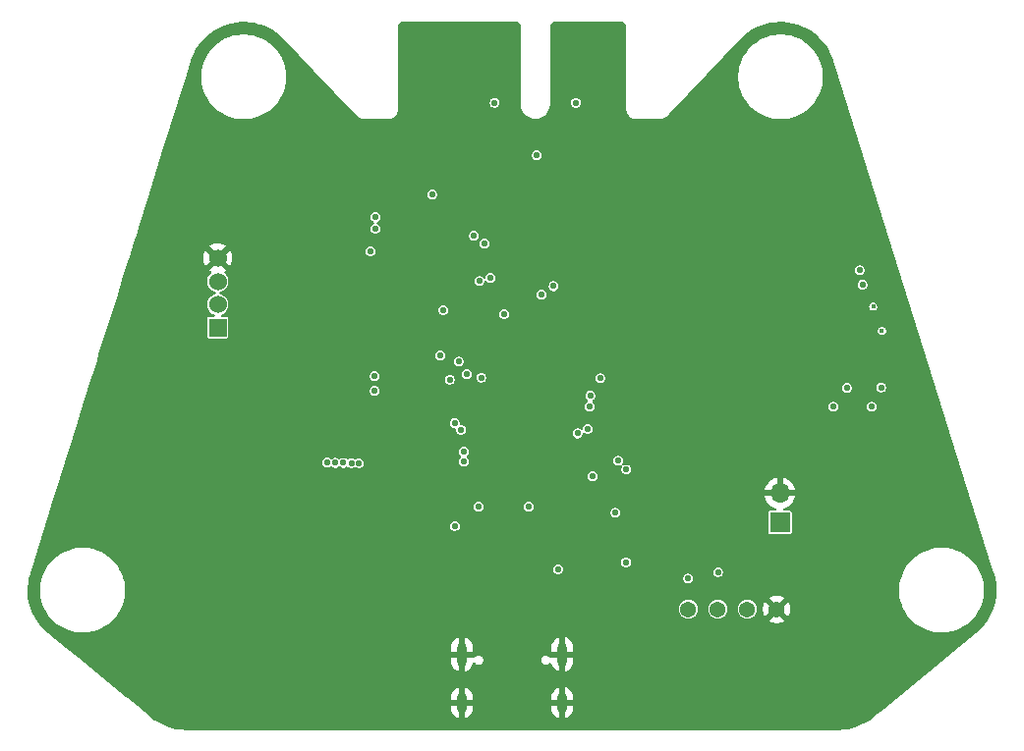
<source format=gbr>
%TF.GenerationSoftware,KiCad,Pcbnew,9.0.0*%
%TF.CreationDate,2025-05-31T20:06:24-04:00*%
%TF.ProjectId,status,73746174-7573-42e6-9b69-6361645f7063,rev?*%
%TF.SameCoordinates,Original*%
%TF.FileFunction,Copper,L3,Inr*%
%TF.FilePolarity,Positive*%
%FSLAX46Y46*%
G04 Gerber Fmt 4.6, Leading zero omitted, Abs format (unit mm)*
G04 Created by KiCad (PCBNEW 9.0.0) date 2025-05-31 20:06:24*
%MOMM*%
%LPD*%
G01*
G04 APERTURE LIST*
%TA.AperFunction,ComponentPad*%
%ADD10C,1.371600*%
%TD*%
%TA.AperFunction,ComponentPad*%
%ADD11R,1.524000X1.524000*%
%TD*%
%TA.AperFunction,ComponentPad*%
%ADD12C,1.524000*%
%TD*%
%TA.AperFunction,ComponentPad*%
%ADD13O,0.900000X2.000000*%
%TD*%
%TA.AperFunction,ComponentPad*%
%ADD14O,0.900000X1.700000*%
%TD*%
%TA.AperFunction,ComponentPad*%
%ADD15R,1.700000X1.700000*%
%TD*%
%TA.AperFunction,ComponentPad*%
%ADD16O,1.700000X1.700000*%
%TD*%
%TA.AperFunction,ViaPad*%
%ADD17C,0.550000*%
%TD*%
%TA.AperFunction,ViaPad*%
%ADD18C,0.400000*%
%TD*%
G04 APERTURE END LIST*
D10*
%TO.N,/SDA*%
%TO.C,J2*%
X161590000Y-111710500D03*
%TO.N,/SCL*%
X164130000Y-111710500D03*
%TO.N,+3.3V*%
X166670000Y-111710500D03*
%TO.N,GND*%
X169210000Y-111710500D03*
%TD*%
D11*
%TO.N,/SWCLK*%
%TO.C,J3*%
X121050000Y-87425000D03*
D12*
%TO.N,/SWD*%
X121050000Y-85425000D03*
%TO.N,+3.3V*%
X121050000Y-83425000D03*
%TO.N,GND*%
X121050000Y-81425000D03*
%TD*%
D13*
%TO.N,GND*%
%TO.C,J6*%
X142100000Y-115610000D03*
D14*
X142100000Y-119780000D03*
D13*
X150740000Y-115610000D03*
D14*
X150740000Y-119780000D03*
%TD*%
D15*
%TO.N,/~{USB_BOOT_S}*%
%TO.C,J7*%
X169490000Y-104225000D03*
D16*
%TO.N,GND*%
X169490000Y-101685000D03*
%TD*%
D17*
%TO.N,+1V1*%
X143750000Y-91725000D03*
X141475000Y-104525000D03*
X150375000Y-108250000D03*
%TO.N,/CS_SD*%
X145719800Y-86233000D03*
X176350000Y-82475000D03*
%TO.N,GND*%
X154305000Y-121285000D03*
X149860000Y-121285000D03*
X167640000Y-106680000D03*
X159385000Y-121285000D03*
X149860000Y-111760000D03*
X140106400Y-81281600D03*
X147243800Y-96139000D03*
X143510000Y-121285000D03*
X177800000Y-111760000D03*
X115620800Y-82016600D03*
X152857200Y-117271800D03*
X163372800Y-100634800D03*
X138912600Y-81281600D03*
X173990000Y-121285000D03*
X152298400Y-98069400D03*
X176809400Y-98399600D03*
X177800000Y-119380000D03*
X134620000Y-76200000D03*
X176606200Y-74472800D03*
X145161000Y-96088200D03*
X123175000Y-118275000D03*
X180187600Y-100685600D03*
X152247600Y-107899200D03*
X154127200Y-78994000D03*
X127965200Y-90373200D03*
X142240000Y-111760000D03*
X172500000Y-112375000D03*
X148183600Y-86487000D03*
X149377400Y-98374200D03*
X145084800Y-98323400D03*
X138912600Y-80168500D03*
X124460000Y-96520000D03*
X124460000Y-86360000D03*
X119380000Y-91440000D03*
X175260000Y-71120000D03*
X165075000Y-89825000D03*
X119380000Y-106680000D03*
X151460200Y-93395800D03*
X129540000Y-71120000D03*
X116840000Y-96520000D03*
X124950000Y-107400000D03*
X108991400Y-102793800D03*
X137718800Y-80214800D03*
X173863000Y-111963200D03*
X137625000Y-107525000D03*
X127000000Y-76200000D03*
X131572000Y-88925400D03*
X160020000Y-116840000D03*
X138725000Y-104950000D03*
X134924800Y-95224600D03*
X132825000Y-79825000D03*
X147116800Y-100482400D03*
X160825000Y-81225000D03*
X150672800Y-90855800D03*
X147320000Y-106680000D03*
X134620000Y-101600000D03*
X106680000Y-106680000D03*
X180340000Y-96520000D03*
X129540000Y-96520000D03*
X159425000Y-78175000D03*
X165150000Y-105050000D03*
X163372800Y-97180400D03*
X147130000Y-98302500D03*
X137160000Y-71120000D03*
X165912800Y-116560600D03*
X111760000Y-116840000D03*
X156743400Y-83083400D03*
X166624000Y-102006400D03*
X117475000Y-121285000D03*
X133400000Y-120250000D03*
X135229600Y-88646000D03*
X146685000Y-119380000D03*
X136779000Y-117246400D03*
X183515000Y-114300000D03*
X154025600Y-95986600D03*
X137160000Y-86360000D03*
X114300000Y-111760000D03*
X180340000Y-91440000D03*
X157480000Y-119380000D03*
X186055000Y-106045000D03*
X173800000Y-92975000D03*
X114300000Y-86360000D03*
X161442400Y-103581200D03*
X138912600Y-79148000D03*
X124460000Y-111760000D03*
X141605000Y-71120000D03*
X132080000Y-106680000D03*
X143560800Y-77241400D03*
X157480000Y-91400000D03*
X160020000Y-71120000D03*
X158200000Y-86400000D03*
X165775000Y-79025000D03*
X137236200Y-120954800D03*
X159969200Y-103581200D03*
X123825000Y-71120000D03*
X180340000Y-116840000D03*
X114300000Y-101600000D03*
X142240000Y-86360000D03*
X182880000Y-101600000D03*
X172720000Y-106680000D03*
X140106400Y-80164000D03*
X168275000Y-71120000D03*
X142722600Y-100253800D03*
X158699200Y-103530400D03*
X125200000Y-81350000D03*
X160800000Y-89550000D03*
X125755400Y-99745800D03*
X144780000Y-116840000D03*
X152400000Y-71120000D03*
X143700000Y-87925000D03*
X148894800Y-92735400D03*
X111760000Y-106680000D03*
X165735000Y-121285000D03*
X134518400Y-79908400D03*
X145084800Y-100330000D03*
X144780000Y-71120000D03*
X129540000Y-86360000D03*
X149453600Y-96062800D03*
X132080000Y-111760000D03*
X111760000Y-96520000D03*
X142595600Y-74472800D03*
X137718800Y-81281600D03*
X154940000Y-111760000D03*
X162560000Y-76200000D03*
X149377400Y-100380800D03*
X130575000Y-114675000D03*
X162900000Y-87075000D03*
X170180000Y-76200000D03*
X140106400Y-79148000D03*
X180340000Y-106680000D03*
X119380000Y-116840000D03*
X165750000Y-76000000D03*
X167640000Y-96520000D03*
X172135800Y-95681800D03*
X111760000Y-91440000D03*
X157327600Y-74701400D03*
X137718800Y-79148000D03*
X118110000Y-71120000D03*
X164287200Y-73736200D03*
X147350000Y-81900000D03*
X148590000Y-71120000D03*
X119380000Y-76200000D03*
X136775000Y-104925000D03*
X177175000Y-102725000D03*
X156850000Y-77325000D03*
X174250000Y-117550000D03*
X132025000Y-95200000D03*
X123175000Y-92375000D03*
X146925000Y-75250000D03*
X121175000Y-104025000D03*
X132525000Y-74025000D03*
X123150000Y-77000000D03*
X157600000Y-112050000D03*
%TO.N,/MOSI*%
X156260800Y-99669600D03*
X176587500Y-83712500D03*
%TO.N,/MISO*%
X153136600Y-93294200D03*
X175250000Y-92600000D03*
X155549600Y-98907600D03*
X178200000Y-92575000D03*
D18*
X178275000Y-87700000D03*
D17*
X148945600Y-84556600D03*
%TO.N,/SCK*%
X149987000Y-83845400D03*
X143586200Y-83413600D03*
D18*
X177525000Y-85600000D03*
D17*
X140487400Y-85902800D03*
X174100000Y-94250000D03*
X177375000Y-94250000D03*
%TO.N,/SWCLK*%
X142494000Y-91414600D03*
X134569200Y-92862400D03*
%TO.N,/STBY*%
X134645400Y-77876400D03*
X153345000Y-100228400D03*
%TO.N,+3.3V*%
X144913000Y-68017000D03*
X147825000Y-102850000D03*
X143510000Y-102844600D03*
%TO.N,/TX*%
X144018000Y-80162400D03*
X134620000Y-78867000D03*
%TO.N,/RESET*%
X153098500Y-94221300D03*
X154000200Y-91795600D03*
%TO.N,+5V*%
X148539200Y-72542400D03*
X151900000Y-68017000D03*
X134210800Y-80820000D03*
%TO.N,/RX*%
X139522200Y-75920600D03*
X143129000Y-79502000D03*
%TO.N,/CS*%
X144551400Y-83134200D03*
X140208000Y-89814400D03*
%TO.N,/SCL*%
X164150000Y-108500000D03*
X152933400Y-96139000D03*
%TO.N,/SDA*%
X161590000Y-109056800D03*
X152044400Y-96545400D03*
%TO.N,/~{USB_BOOT_S}*%
X156210000Y-107645200D03*
X155320000Y-103380000D03*
%TO.N,/SWD*%
X134575000Y-91600000D03*
X141808200Y-90347800D03*
%TO.N,/Push_Left*%
X131175850Y-99085400D03*
X141452600Y-95656400D03*
%TO.N,/Push_Down*%
X142240000Y-98120200D03*
X132562600Y-99110800D03*
%TO.N,/Push_Right*%
X142265400Y-98958400D03*
X133223000Y-99110800D03*
%TO.N,/Push_Up*%
X142011400Y-96215200D03*
X131876800Y-99085400D03*
%TO.N,/RUN*%
X130479800Y-99060000D03*
X141039400Y-91897200D03*
%TD*%
%TA.AperFunction,Conductor*%
%TO.N,GND*%
G36*
X146854206Y-61008780D02*
G01*
X146874848Y-61025414D01*
X147126181Y-61276747D01*
X147159666Y-61338070D01*
X147162500Y-61364428D01*
X147162500Y-68091000D01*
X147162500Y-68138595D01*
X147162500Y-68242214D01*
X147168516Y-68278265D01*
X147196610Y-68446629D01*
X147263898Y-68642632D01*
X147263900Y-68642638D01*
X147362534Y-68824897D01*
X147362537Y-68824901D01*
X147489818Y-68988431D01*
X147489821Y-68988435D01*
X147489823Y-68988437D01*
X147489824Y-68988438D01*
X147546476Y-69040590D01*
X147642296Y-69128799D01*
X147804400Y-69234706D01*
X147815788Y-69242146D01*
X148005572Y-69325393D01*
X148206469Y-69376267D01*
X148275312Y-69381971D01*
X148412994Y-69393381D01*
X148413000Y-69393381D01*
X148413006Y-69393381D01*
X148536918Y-69383112D01*
X148619531Y-69376267D01*
X148820428Y-69325393D01*
X149010212Y-69242146D01*
X149183706Y-69128797D01*
X149336176Y-68988438D01*
X149463465Y-68824898D01*
X149562100Y-68642637D01*
X149629390Y-68446627D01*
X149663500Y-68242214D01*
X149663500Y-68138595D01*
X149663500Y-68091000D01*
X149663500Y-67960982D01*
X151474500Y-67960982D01*
X151474500Y-68073018D01*
X151503497Y-68181237D01*
X151559515Y-68278263D01*
X151638737Y-68357485D01*
X151735763Y-68413503D01*
X151843982Y-68442500D01*
X151843984Y-68442500D01*
X151956016Y-68442500D01*
X151956018Y-68442500D01*
X152064237Y-68413503D01*
X152161263Y-68357485D01*
X152240485Y-68278263D01*
X152296503Y-68181237D01*
X152325500Y-68073018D01*
X152325500Y-67960982D01*
X152296503Y-67852763D01*
X152240485Y-67755737D01*
X152161263Y-67676515D01*
X152064237Y-67620497D01*
X151956018Y-67591500D01*
X151843982Y-67591500D01*
X151735763Y-67620497D01*
X151735760Y-67620498D01*
X151638740Y-67676513D01*
X151638734Y-67676517D01*
X151559517Y-67755734D01*
X151559513Y-67755740D01*
X151503498Y-67852760D01*
X151503497Y-67852763D01*
X151474500Y-67960982D01*
X149663500Y-67960982D01*
X149663500Y-61364428D01*
X149683185Y-61297389D01*
X149699819Y-61276747D01*
X149951152Y-61025414D01*
X150012475Y-60991929D01*
X150038833Y-60989095D01*
X155887167Y-60989095D01*
X155954206Y-61008780D01*
X155974848Y-61025414D01*
X156226181Y-61276747D01*
X156259666Y-61338070D01*
X156262500Y-61364428D01*
X156262500Y-68684426D01*
X156265738Y-68696511D01*
X156268715Y-68719098D01*
X156269364Y-68719035D01*
X156269962Y-68725099D01*
X156269963Y-68725102D01*
X156269963Y-68725107D01*
X156300736Y-68879756D01*
X156361085Y-69025430D01*
X156361086Y-69025432D01*
X156361087Y-69025433D01*
X156448690Y-69156532D01*
X156448694Y-69156536D01*
X156560189Y-69268026D01*
X156560192Y-69268029D01*
X156666147Y-69338825D01*
X156691298Y-69355630D01*
X156836975Y-69415973D01*
X156991625Y-69446740D01*
X157030910Y-69446741D01*
X157030916Y-69446743D01*
X157070465Y-69446743D01*
X157118059Y-69446745D01*
X157118062Y-69446743D01*
X157128038Y-69446744D01*
X157128063Y-69446743D01*
X158896073Y-69446743D01*
X158902320Y-69446744D01*
X158902496Y-69446795D01*
X158953652Y-69446758D01*
X158953652Y-69446759D01*
X158975988Y-69446743D01*
X158993202Y-69446743D01*
X159001532Y-69446743D01*
X159001792Y-69446723D01*
X159041599Y-69446696D01*
X159041606Y-69446695D01*
X159041609Y-69446695D01*
X159092774Y-69439740D01*
X159215891Y-69423008D01*
X159322886Y-69393381D01*
X159385401Y-69376071D01*
X159387276Y-69375267D01*
X159547058Y-69306735D01*
X159697904Y-69216268D01*
X159835196Y-69106316D01*
X159868500Y-69071356D01*
X159868590Y-69071302D01*
X159911730Y-69025957D01*
X159928665Y-69008157D01*
X159928665Y-69008155D01*
X159945109Y-68990873D01*
X159945112Y-68990866D01*
X163157648Y-65614121D01*
X165892060Y-65614121D01*
X165892060Y-65972790D01*
X165927215Y-66329731D01*
X165927218Y-66329748D01*
X165997185Y-66681504D01*
X165997188Y-66681515D01*
X166101309Y-67024756D01*
X166238569Y-67356130D01*
X166238571Y-67356135D01*
X166407639Y-67672439D01*
X166407656Y-67672467D01*
X166606902Y-67970661D01*
X166606919Y-67970684D01*
X166834460Y-68247943D01*
X167088072Y-68501555D01*
X167088077Y-68501559D01*
X167088078Y-68501560D01*
X167365337Y-68729101D01*
X167365344Y-68729106D01*
X167365354Y-68729113D01*
X167663548Y-68928359D01*
X167663553Y-68928362D01*
X167663565Y-68928370D01*
X167663574Y-68928374D01*
X167663576Y-68928376D01*
X167979880Y-69097444D01*
X167979882Y-69097444D01*
X167979888Y-69097448D01*
X168311261Y-69234707D01*
X168654491Y-69338825D01*
X168654497Y-69338826D01*
X168654500Y-69338827D01*
X168654511Y-69338830D01*
X168875092Y-69382705D01*
X169006274Y-69408799D01*
X169363222Y-69443956D01*
X169363225Y-69443956D01*
X169721895Y-69443956D01*
X169721898Y-69443956D01*
X170078846Y-69408799D01*
X170252969Y-69374163D01*
X170430608Y-69338830D01*
X170430619Y-69338827D01*
X170430619Y-69338826D01*
X170430629Y-69338825D01*
X170773859Y-69234707D01*
X171105232Y-69097448D01*
X171421555Y-68928370D01*
X171719783Y-68729101D01*
X171997042Y-68501560D01*
X172250664Y-68247938D01*
X172478205Y-67970679D01*
X172677474Y-67672451D01*
X172846552Y-67356128D01*
X172983811Y-67024755D01*
X173087929Y-66681525D01*
X173087931Y-66681515D01*
X173087934Y-66681504D01*
X173123267Y-66503865D01*
X173157903Y-66329742D01*
X173193060Y-65972794D01*
X173193060Y-65614118D01*
X173157903Y-65257170D01*
X173131809Y-65125988D01*
X173087934Y-64905407D01*
X173087931Y-64905396D01*
X173087930Y-64905393D01*
X173087929Y-64905387D01*
X172983811Y-64562157D01*
X172846552Y-64230784D01*
X172806651Y-64156135D01*
X172677480Y-63914472D01*
X172677478Y-63914470D01*
X172677474Y-63914461D01*
X172575224Y-63761432D01*
X172478217Y-63616250D01*
X172478210Y-63616240D01*
X172478205Y-63616233D01*
X172250664Y-63338974D01*
X172250663Y-63338973D01*
X172250659Y-63338968D01*
X171997047Y-63085356D01*
X171719788Y-62857815D01*
X171719765Y-62857798D01*
X171421571Y-62658552D01*
X171421543Y-62658535D01*
X171105239Y-62489467D01*
X171105234Y-62489465D01*
X170773860Y-62352205D01*
X170430619Y-62248084D01*
X170430608Y-62248081D01*
X170078852Y-62178114D01*
X170078835Y-62178111D01*
X169808911Y-62151526D01*
X169721898Y-62142956D01*
X169363222Y-62142956D01*
X169282747Y-62150882D01*
X169006284Y-62178111D01*
X169006267Y-62178114D01*
X168654511Y-62248081D01*
X168654500Y-62248084D01*
X168311259Y-62352205D01*
X167979885Y-62489465D01*
X167979880Y-62489467D01*
X167663576Y-62658535D01*
X167663548Y-62658552D01*
X167365354Y-62857798D01*
X167365331Y-62857815D01*
X167088072Y-63085356D01*
X166834460Y-63338968D01*
X166606919Y-63616227D01*
X166606902Y-63616250D01*
X166407656Y-63914444D01*
X166407639Y-63914472D01*
X166238571Y-64230776D01*
X166238569Y-64230781D01*
X166101309Y-64562155D01*
X165997188Y-64905396D01*
X165997185Y-64905407D01*
X165927218Y-65257163D01*
X165927215Y-65257180D01*
X165892060Y-65614121D01*
X163157648Y-65614121D01*
X166068726Y-62554243D01*
X166068729Y-62554242D01*
X166099719Y-62521666D01*
X166103450Y-62517911D01*
X166393599Y-62238222D01*
X166401585Y-62231164D01*
X166712758Y-61979282D01*
X166721331Y-61972937D01*
X167053097Y-61748914D01*
X167062216Y-61743316D01*
X167412074Y-61548833D01*
X167421649Y-61544040D01*
X167787022Y-61380528D01*
X167796982Y-61376579D01*
X168175124Y-61245269D01*
X168185366Y-61242202D01*
X168573456Y-61144071D01*
X168583915Y-61141903D01*
X168979032Y-61077695D01*
X168989655Y-61076436D01*
X169388853Y-61046627D01*
X169399549Y-61046293D01*
X169799801Y-61051108D01*
X169810500Y-61051700D01*
X170208833Y-61091101D01*
X170219446Y-61092617D01*
X170612889Y-61166309D01*
X170623316Y-61168733D01*
X171008932Y-61276171D01*
X171019094Y-61279482D01*
X171175559Y-61338070D01*
X171393957Y-61419848D01*
X171403834Y-61424042D01*
X171765143Y-61596285D01*
X171774620Y-61601317D01*
X172119687Y-61804152D01*
X172128694Y-61809985D01*
X172454941Y-62041900D01*
X172463394Y-62048478D01*
X172698207Y-62248087D01*
X172768368Y-62307729D01*
X172776231Y-62315022D01*
X172812992Y-62352205D01*
X173057649Y-62599670D01*
X173064856Y-62607621D01*
X173320596Y-62915516D01*
X173327089Y-62924059D01*
X173555262Y-63252924D01*
X173560992Y-63261997D01*
X173759881Y-63609363D01*
X173764804Y-63618897D01*
X173932672Y-63981630D01*
X173932910Y-63982143D01*
X173936990Y-63992064D01*
X174054941Y-64318355D01*
X174073616Y-64370014D01*
X174075291Y-64374973D01*
X174089075Y-64418973D01*
X174089146Y-64419073D01*
X174092074Y-64428393D01*
X174092074Y-64428414D01*
X174092103Y-64428486D01*
X187928437Y-108593789D01*
X187928565Y-108594345D01*
X187944808Y-108646191D01*
X187946273Y-108651241D01*
X188048229Y-109032673D01*
X188050511Y-109042937D01*
X188119325Y-109429041D01*
X188120730Y-109439461D01*
X188156590Y-109830029D01*
X188157106Y-109840530D01*
X188159749Y-110232712D01*
X188159374Y-110243220D01*
X188128783Y-110634223D01*
X188127521Y-110644646D01*
X188063912Y-111031678D01*
X188061773Y-111041952D01*
X187965609Y-111422184D01*
X187962601Y-111432259D01*
X187834577Y-111802963D01*
X187830727Y-111812747D01*
X187671749Y-112171294D01*
X187667083Y-112180716D01*
X187478315Y-112524483D01*
X187472868Y-112533477D01*
X187255647Y-112860030D01*
X187249458Y-112868529D01*
X187005359Y-113175499D01*
X186998472Y-113183444D01*
X186729244Y-113468632D01*
X186721709Y-113475965D01*
X186427445Y-113738968D01*
X186423470Y-113742372D01*
X186419658Y-113745500D01*
X186419639Y-113745515D01*
X186388554Y-113771012D01*
X186388554Y-113771013D01*
X178460767Y-120273569D01*
X177560456Y-121012025D01*
X177560454Y-121012026D01*
X177525721Y-121040514D01*
X177521536Y-121043799D01*
X177201876Y-121283804D01*
X177193097Y-121289824D01*
X176856302Y-121500112D01*
X176847039Y-121505357D01*
X176493448Y-121685985D01*
X176483770Y-121690416D01*
X176115992Y-121840053D01*
X176105969Y-121843638D01*
X175726712Y-121961182D01*
X175716419Y-121963894D01*
X175328474Y-122048479D01*
X175317986Y-122050298D01*
X174924222Y-122101299D01*
X174913617Y-122102212D01*
X174527520Y-122118800D01*
X174514443Y-122119362D01*
X174509122Y-122119476D01*
X118371621Y-122119476D01*
X118361625Y-122119475D01*
X118361623Y-122119475D01*
X118340764Y-122119475D01*
X118316692Y-122119475D01*
X118316691Y-122119474D01*
X118311373Y-122119361D01*
X117912017Y-122102207D01*
X117901411Y-122101294D01*
X117507649Y-122050296D01*
X117497162Y-122048477D01*
X117109219Y-121963896D01*
X117098925Y-121961184D01*
X116719669Y-121843644D01*
X116709646Y-121840059D01*
X116341878Y-121690429D01*
X116332200Y-121685999D01*
X115978600Y-121505370D01*
X115969337Y-121500125D01*
X115632542Y-121289842D01*
X115623763Y-121283822D01*
X115304666Y-121044245D01*
X115300478Y-121040958D01*
X114122208Y-120074513D01*
X113270858Y-119376216D01*
X113161390Y-119286428D01*
X141150000Y-119286428D01*
X141150000Y-119530000D01*
X141800000Y-119530000D01*
X141800000Y-120030000D01*
X141150000Y-120030000D01*
X141150000Y-120273571D01*
X141186506Y-120457097D01*
X141186508Y-120457105D01*
X141258119Y-120629991D01*
X141258124Y-120630000D01*
X141362086Y-120785589D01*
X141362089Y-120785593D01*
X141494406Y-120917910D01*
X141494410Y-120917913D01*
X141649999Y-121021875D01*
X141650012Y-121021882D01*
X141822889Y-121093489D01*
X141822896Y-121093491D01*
X141850000Y-121098882D01*
X141850000Y-120346988D01*
X141859940Y-120364205D01*
X141915795Y-120420060D01*
X141984204Y-120459556D01*
X142060504Y-120480000D01*
X142139496Y-120480000D01*
X142215796Y-120459556D01*
X142284205Y-120420060D01*
X142340060Y-120364205D01*
X142350000Y-120346988D01*
X142350000Y-121098881D01*
X142377103Y-121093491D01*
X142377110Y-121093489D01*
X142549987Y-121021882D01*
X142550000Y-121021875D01*
X142705589Y-120917913D01*
X142705593Y-120917910D01*
X142837910Y-120785593D01*
X142837913Y-120785589D01*
X142941875Y-120630000D01*
X142941880Y-120629991D01*
X143013491Y-120457105D01*
X143013493Y-120457097D01*
X143049999Y-120273571D01*
X143050000Y-120273569D01*
X143050000Y-120030000D01*
X142400000Y-120030000D01*
X142400000Y-119530000D01*
X143050000Y-119530000D01*
X143050000Y-119286430D01*
X143049999Y-119286428D01*
X149790000Y-119286428D01*
X149790000Y-119530000D01*
X150440000Y-119530000D01*
X150440000Y-120030000D01*
X149790000Y-120030000D01*
X149790000Y-120273571D01*
X149826506Y-120457097D01*
X149826508Y-120457105D01*
X149898119Y-120629991D01*
X149898124Y-120630000D01*
X150002086Y-120785589D01*
X150002089Y-120785593D01*
X150134406Y-120917910D01*
X150134410Y-120917913D01*
X150289999Y-121021875D01*
X150290012Y-121021882D01*
X150462889Y-121093489D01*
X150462896Y-121093491D01*
X150490000Y-121098882D01*
X150490000Y-120346988D01*
X150499940Y-120364205D01*
X150555795Y-120420060D01*
X150624204Y-120459556D01*
X150700504Y-120480000D01*
X150779496Y-120480000D01*
X150855796Y-120459556D01*
X150924205Y-120420060D01*
X150980060Y-120364205D01*
X150990000Y-120346988D01*
X150990000Y-121098881D01*
X151017103Y-121093491D01*
X151017110Y-121093489D01*
X151189987Y-121021882D01*
X151190000Y-121021875D01*
X151345589Y-120917913D01*
X151345593Y-120917910D01*
X151477910Y-120785593D01*
X151477913Y-120785589D01*
X151581875Y-120630000D01*
X151581880Y-120629991D01*
X151653491Y-120457105D01*
X151653493Y-120457097D01*
X151689999Y-120273571D01*
X151690000Y-120273569D01*
X151690000Y-120030000D01*
X151040000Y-120030000D01*
X151040000Y-119530000D01*
X151690000Y-119530000D01*
X151690000Y-119286430D01*
X151689999Y-119286428D01*
X151653493Y-119102902D01*
X151653491Y-119102894D01*
X151581880Y-118930008D01*
X151581875Y-118929999D01*
X151477913Y-118774410D01*
X151477910Y-118774406D01*
X151345593Y-118642089D01*
X151345589Y-118642086D01*
X151190000Y-118538124D01*
X151189991Y-118538119D01*
X151017103Y-118466507D01*
X151017100Y-118466506D01*
X150990000Y-118461115D01*
X150990000Y-119213011D01*
X150980060Y-119195795D01*
X150924205Y-119139940D01*
X150855796Y-119100444D01*
X150779496Y-119080000D01*
X150700504Y-119080000D01*
X150624204Y-119100444D01*
X150555795Y-119139940D01*
X150499940Y-119195795D01*
X150490000Y-119213011D01*
X150490000Y-118461116D01*
X150489999Y-118461115D01*
X150462899Y-118466506D01*
X150462896Y-118466507D01*
X150290008Y-118538119D01*
X150289999Y-118538124D01*
X150134410Y-118642086D01*
X150134406Y-118642089D01*
X150002089Y-118774406D01*
X150002086Y-118774410D01*
X149898124Y-118929999D01*
X149898119Y-118930008D01*
X149826508Y-119102894D01*
X149826506Y-119102902D01*
X149790000Y-119286428D01*
X143049999Y-119286428D01*
X143013493Y-119102902D01*
X143013491Y-119102894D01*
X142941880Y-118930008D01*
X142941875Y-118929999D01*
X142837913Y-118774410D01*
X142837910Y-118774406D01*
X142705593Y-118642089D01*
X142705589Y-118642086D01*
X142550000Y-118538124D01*
X142549991Y-118538119D01*
X142377103Y-118466507D01*
X142377100Y-118466506D01*
X142350000Y-118461115D01*
X142350000Y-119213011D01*
X142340060Y-119195795D01*
X142284205Y-119139940D01*
X142215796Y-119100444D01*
X142139496Y-119080000D01*
X142060504Y-119080000D01*
X141984204Y-119100444D01*
X141915795Y-119139940D01*
X141859940Y-119195795D01*
X141850000Y-119213011D01*
X141850000Y-118461116D01*
X141849999Y-118461115D01*
X141822899Y-118466506D01*
X141822896Y-118466507D01*
X141650008Y-118538119D01*
X141649999Y-118538124D01*
X141494410Y-118642086D01*
X141494406Y-118642089D01*
X141362089Y-118774406D01*
X141362086Y-118774410D01*
X141258124Y-118929999D01*
X141258119Y-118930008D01*
X141186508Y-119102894D01*
X141186506Y-119102902D01*
X141150000Y-119286428D01*
X113161390Y-119286428D01*
X109038226Y-115904513D01*
X108003999Y-115056216D01*
X107894531Y-114966428D01*
X141150000Y-114966428D01*
X141150000Y-115360000D01*
X141800000Y-115360000D01*
X141800000Y-115860000D01*
X141150000Y-115860000D01*
X141150000Y-116253571D01*
X141186506Y-116437097D01*
X141186508Y-116437105D01*
X141258119Y-116609991D01*
X141258124Y-116610000D01*
X141362086Y-116765589D01*
X141362089Y-116765593D01*
X141494406Y-116897910D01*
X141494410Y-116897913D01*
X141649999Y-117001875D01*
X141650012Y-117001882D01*
X141822889Y-117073489D01*
X141822896Y-117073491D01*
X141850000Y-117078882D01*
X141850000Y-116326988D01*
X141859940Y-116344205D01*
X141915795Y-116400060D01*
X141984204Y-116439556D01*
X142060504Y-116460000D01*
X142139496Y-116460000D01*
X142215796Y-116439556D01*
X142284205Y-116400060D01*
X142340060Y-116344205D01*
X142350000Y-116326988D01*
X142350000Y-117078881D01*
X142377103Y-117073491D01*
X142377110Y-117073489D01*
X142549987Y-117001882D01*
X142550000Y-117001875D01*
X142705589Y-116897913D01*
X142705593Y-116897910D01*
X142837910Y-116765593D01*
X142837913Y-116765589D01*
X142941875Y-116610000D01*
X142941880Y-116609991D01*
X143013491Y-116437105D01*
X143013493Y-116437100D01*
X143017544Y-116416731D01*
X143049926Y-116354818D01*
X143110640Y-116320242D01*
X143180410Y-116323979D01*
X143226843Y-116353236D01*
X143284087Y-116410480D01*
X143375413Y-116463207D01*
X143477273Y-116490500D01*
X143477275Y-116490500D01*
X143582725Y-116490500D01*
X143582727Y-116490500D01*
X143684587Y-116463207D01*
X143775913Y-116410480D01*
X143850480Y-116335913D01*
X143903207Y-116244587D01*
X143930500Y-116142727D01*
X143930500Y-116037273D01*
X148909500Y-116037273D01*
X148909500Y-116142727D01*
X148936793Y-116244587D01*
X148989520Y-116335913D01*
X149064087Y-116410480D01*
X149155413Y-116463207D01*
X149257273Y-116490500D01*
X149257275Y-116490500D01*
X149362725Y-116490500D01*
X149362727Y-116490500D01*
X149464587Y-116463207D01*
X149555913Y-116410480D01*
X149613159Y-116353233D01*
X149674478Y-116319751D01*
X149744170Y-116324735D01*
X149800104Y-116366606D01*
X149822454Y-116416726D01*
X149826506Y-116437098D01*
X149826508Y-116437105D01*
X149898119Y-116609991D01*
X149898124Y-116610000D01*
X150002086Y-116765589D01*
X150002089Y-116765593D01*
X150134406Y-116897910D01*
X150134410Y-116897913D01*
X150289999Y-117001875D01*
X150290012Y-117001882D01*
X150462889Y-117073489D01*
X150462896Y-117073491D01*
X150490000Y-117078882D01*
X150490000Y-116326988D01*
X150499940Y-116344205D01*
X150555795Y-116400060D01*
X150624204Y-116439556D01*
X150700504Y-116460000D01*
X150779496Y-116460000D01*
X150855796Y-116439556D01*
X150924205Y-116400060D01*
X150980060Y-116344205D01*
X150990000Y-116326988D01*
X150990000Y-117078881D01*
X151017103Y-117073491D01*
X151017110Y-117073489D01*
X151189987Y-117001882D01*
X151190000Y-117001875D01*
X151345589Y-116897913D01*
X151345593Y-116897910D01*
X151477910Y-116765593D01*
X151477913Y-116765589D01*
X151581875Y-116610000D01*
X151581880Y-116609991D01*
X151653491Y-116437105D01*
X151653493Y-116437097D01*
X151689999Y-116253571D01*
X151690000Y-116253569D01*
X151690000Y-115860000D01*
X151040000Y-115860000D01*
X151040000Y-115360000D01*
X151690000Y-115360000D01*
X151690000Y-114966430D01*
X151689999Y-114966428D01*
X151653493Y-114782902D01*
X151653491Y-114782894D01*
X151581880Y-114610008D01*
X151581875Y-114609999D01*
X151477913Y-114454410D01*
X151477910Y-114454406D01*
X151345593Y-114322089D01*
X151345589Y-114322086D01*
X151190000Y-114218124D01*
X151189991Y-114218119D01*
X151017103Y-114146507D01*
X151017100Y-114146506D01*
X150990000Y-114141115D01*
X150990000Y-114893011D01*
X150980060Y-114875795D01*
X150924205Y-114819940D01*
X150855796Y-114780444D01*
X150779496Y-114760000D01*
X150700504Y-114760000D01*
X150624204Y-114780444D01*
X150555795Y-114819940D01*
X150499940Y-114875795D01*
X150490000Y-114893011D01*
X150490000Y-114141116D01*
X150489999Y-114141115D01*
X150462899Y-114146506D01*
X150462896Y-114146507D01*
X150290008Y-114218119D01*
X150289999Y-114218124D01*
X150134410Y-114322086D01*
X150134406Y-114322089D01*
X150002089Y-114454406D01*
X150002086Y-114454410D01*
X149898124Y-114609999D01*
X149898119Y-114610008D01*
X149826508Y-114782894D01*
X149826506Y-114782902D01*
X149790000Y-114966428D01*
X149790000Y-115360000D01*
X150440000Y-115360000D01*
X150440000Y-115860000D01*
X149776799Y-115860000D01*
X149744551Y-115877608D01*
X149674860Y-115872622D01*
X149630515Y-115844122D01*
X149555914Y-115769521D01*
X149555913Y-115769520D01*
X149464587Y-115716793D01*
X149362727Y-115689500D01*
X149257273Y-115689500D01*
X149155413Y-115716793D01*
X149155410Y-115716794D01*
X149064085Y-115769521D01*
X148989521Y-115844085D01*
X148936794Y-115935410D01*
X148936793Y-115935413D01*
X148909500Y-116037273D01*
X143930500Y-116037273D01*
X143903207Y-115935413D01*
X143850480Y-115844087D01*
X143775913Y-115769520D01*
X143684587Y-115716793D01*
X143582727Y-115689500D01*
X143477273Y-115689500D01*
X143375413Y-115716793D01*
X143375410Y-115716794D01*
X143284087Y-115769520D01*
X143209484Y-115844123D01*
X143148160Y-115877607D01*
X143078469Y-115872622D01*
X143058829Y-115860000D01*
X142400000Y-115860000D01*
X142400000Y-115360000D01*
X143050000Y-115360000D01*
X143050000Y-114966430D01*
X143049999Y-114966428D01*
X143013493Y-114782902D01*
X143013491Y-114782894D01*
X142941880Y-114610008D01*
X142941875Y-114609999D01*
X142837913Y-114454410D01*
X142837910Y-114454406D01*
X142705593Y-114322089D01*
X142705589Y-114322086D01*
X142550000Y-114218124D01*
X142549991Y-114218119D01*
X142377103Y-114146507D01*
X142377100Y-114146506D01*
X142350000Y-114141115D01*
X142350000Y-114893011D01*
X142340060Y-114875795D01*
X142284205Y-114819940D01*
X142215796Y-114780444D01*
X142139496Y-114760000D01*
X142060504Y-114760000D01*
X141984204Y-114780444D01*
X141915795Y-114819940D01*
X141859940Y-114875795D01*
X141850000Y-114893011D01*
X141850000Y-114141116D01*
X141849999Y-114141115D01*
X141822899Y-114146506D01*
X141822896Y-114146507D01*
X141650008Y-114218119D01*
X141649999Y-114218124D01*
X141494410Y-114322086D01*
X141494406Y-114322089D01*
X141362089Y-114454406D01*
X141362086Y-114454410D01*
X141258124Y-114609999D01*
X141258119Y-114610008D01*
X141186508Y-114782894D01*
X141186506Y-114782902D01*
X141150000Y-114966428D01*
X107894531Y-114966428D01*
X107066248Y-114287051D01*
X106447248Y-113779332D01*
X106437103Y-113771011D01*
X106430147Y-113765305D01*
X106402396Y-113742543D01*
X106398413Y-113739133D01*
X106104778Y-113476754D01*
X106097262Y-113469444D01*
X105828665Y-113185126D01*
X105821793Y-113177206D01*
X105777823Y-113121978D01*
X105679845Y-112998912D01*
X105578184Y-112871221D01*
X105572006Y-112862750D01*
X105509566Y-112769050D01*
X105355102Y-112537257D01*
X105349672Y-112528310D01*
X105161053Y-112185674D01*
X105156389Y-112176284D01*
X105125402Y-112106642D01*
X104997375Y-111818905D01*
X104993539Y-111809196D01*
X104865292Y-111439680D01*
X104862277Y-111429640D01*
X104832907Y-111314366D01*
X104765706Y-111050610D01*
X104763557Y-111040387D01*
X104699348Y-110654530D01*
X104698070Y-110644157D01*
X104666689Y-110254277D01*
X104666291Y-110243809D01*
X104666316Y-110237974D01*
X104667804Y-109889257D01*
X105761855Y-109889257D01*
X105761855Y-109897608D01*
X105761855Y-110247933D01*
X105762481Y-110254286D01*
X105797010Y-110604870D01*
X105797013Y-110604887D01*
X105866980Y-110956643D01*
X105866983Y-110956654D01*
X105971104Y-111299895D01*
X106040139Y-111466559D01*
X106107064Y-111628132D01*
X106108364Y-111631269D01*
X106108366Y-111631274D01*
X106277434Y-111947578D01*
X106277451Y-111947606D01*
X106476697Y-112245800D01*
X106476714Y-112245823D01*
X106704255Y-112523082D01*
X106957867Y-112776694D01*
X106957872Y-112776698D01*
X106957873Y-112776699D01*
X107235132Y-113004240D01*
X107235139Y-113004245D01*
X107235149Y-113004252D01*
X107533343Y-113203498D01*
X107533348Y-113203501D01*
X107533360Y-113203509D01*
X107533369Y-113203513D01*
X107533371Y-113203515D01*
X107849675Y-113372583D01*
X107849677Y-113372583D01*
X107849683Y-113372587D01*
X108181056Y-113509846D01*
X108524286Y-113613964D01*
X108524292Y-113613965D01*
X108524295Y-113613966D01*
X108524306Y-113613969D01*
X108744887Y-113657844D01*
X108876069Y-113683938D01*
X109233017Y-113719095D01*
X109233020Y-113719095D01*
X109591690Y-113719095D01*
X109591693Y-113719095D01*
X109948641Y-113683938D01*
X110122764Y-113649302D01*
X110300403Y-113613969D01*
X110300414Y-113613966D01*
X110300414Y-113613965D01*
X110300424Y-113613964D01*
X110643654Y-113509846D01*
X110975027Y-113372587D01*
X111291350Y-113203509D01*
X111589578Y-113004240D01*
X111866837Y-112776699D01*
X112120459Y-112523077D01*
X112348000Y-112245818D01*
X112547269Y-111947590D01*
X112629968Y-111792870D01*
X160753699Y-111792870D01*
X160785837Y-111954434D01*
X160785839Y-111954440D01*
X160848879Y-112106633D01*
X160848884Y-112106642D01*
X160940403Y-112243609D01*
X160940406Y-112243613D01*
X161056886Y-112360093D01*
X161056890Y-112360096D01*
X161193857Y-112451615D01*
X161193863Y-112451618D01*
X161193864Y-112451619D01*
X161346060Y-112514661D01*
X161346064Y-112514661D01*
X161346065Y-112514662D01*
X161507629Y-112546800D01*
X161507632Y-112546800D01*
X161672370Y-112546800D01*
X161791630Y-112523077D01*
X161833940Y-112514661D01*
X161986136Y-112451619D01*
X162123110Y-112360096D01*
X162239596Y-112243610D01*
X162331119Y-112106636D01*
X162394161Y-111954440D01*
X162421116Y-111818931D01*
X162426300Y-111792870D01*
X163293699Y-111792870D01*
X163325837Y-111954434D01*
X163325839Y-111954440D01*
X163388879Y-112106633D01*
X163388884Y-112106642D01*
X163480403Y-112243609D01*
X163480406Y-112243613D01*
X163596886Y-112360093D01*
X163596890Y-112360096D01*
X163733857Y-112451615D01*
X163733863Y-112451618D01*
X163733864Y-112451619D01*
X163886060Y-112514661D01*
X163886064Y-112514661D01*
X163886065Y-112514662D01*
X164047629Y-112546800D01*
X164047632Y-112546800D01*
X164212370Y-112546800D01*
X164331630Y-112523077D01*
X164373940Y-112514661D01*
X164526136Y-112451619D01*
X164663110Y-112360096D01*
X164779596Y-112243610D01*
X164871119Y-112106636D01*
X164934161Y-111954440D01*
X164961116Y-111818931D01*
X164966300Y-111792870D01*
X165833699Y-111792870D01*
X165865837Y-111954434D01*
X165865839Y-111954440D01*
X165928879Y-112106633D01*
X165928884Y-112106642D01*
X166020403Y-112243609D01*
X166020406Y-112243613D01*
X166136886Y-112360093D01*
X166136890Y-112360096D01*
X166273857Y-112451615D01*
X166273863Y-112451618D01*
X166273864Y-112451619D01*
X166426060Y-112514661D01*
X166426064Y-112514661D01*
X166426065Y-112514662D01*
X166587629Y-112546800D01*
X166587632Y-112546800D01*
X166752370Y-112546800D01*
X166752371Y-112546799D01*
X166763415Y-112544602D01*
X166789869Y-112539341D01*
X166789874Y-112539340D01*
X166878507Y-112521709D01*
X166913940Y-112514661D01*
X167066136Y-112451619D01*
X167203110Y-112360096D01*
X167319596Y-112243610D01*
X167411119Y-112106636D01*
X167474161Y-111954440D01*
X167501116Y-111818931D01*
X167506300Y-111792870D01*
X167506300Y-111628132D01*
X167506299Y-111628126D01*
X167504119Y-111617169D01*
X168024200Y-111617169D01*
X168024200Y-111803830D01*
X168053397Y-111988172D01*
X168111077Y-112165691D01*
X168195811Y-112331991D01*
X168212282Y-112354662D01*
X168782721Y-111784223D01*
X168807626Y-111877169D01*
X168864474Y-111975631D01*
X168944869Y-112056026D01*
X169043331Y-112112874D01*
X169136275Y-112137778D01*
X168565835Y-112708216D01*
X168588504Y-112724686D01*
X168754808Y-112809422D01*
X168932327Y-112867102D01*
X169116670Y-112896300D01*
X169303330Y-112896300D01*
X169487672Y-112867102D01*
X169665191Y-112809422D01*
X169831496Y-112724686D01*
X169854162Y-112708217D01*
X169854162Y-112708216D01*
X169283724Y-112137777D01*
X169376669Y-112112874D01*
X169475131Y-112056026D01*
X169555526Y-111975631D01*
X169612374Y-111877169D01*
X169637278Y-111784224D01*
X170207716Y-112354662D01*
X170207717Y-112354662D01*
X170224186Y-112331996D01*
X170308922Y-112165691D01*
X170366602Y-111988172D01*
X170395800Y-111803830D01*
X170395800Y-111617169D01*
X170366602Y-111432827D01*
X170308922Y-111255308D01*
X170224186Y-111089004D01*
X170207716Y-111066336D01*
X170207716Y-111066335D01*
X169637277Y-111636774D01*
X169612374Y-111543831D01*
X169555526Y-111445369D01*
X169475131Y-111364974D01*
X169376669Y-111308126D01*
X169283724Y-111283222D01*
X169854162Y-110712782D01*
X169831491Y-110696311D01*
X169665191Y-110611577D01*
X169487672Y-110553897D01*
X169303330Y-110524700D01*
X169116670Y-110524700D01*
X168932327Y-110553897D01*
X168754808Y-110611577D01*
X168588502Y-110696314D01*
X168565836Y-110712782D01*
X168565835Y-110712782D01*
X169136275Y-111283221D01*
X169043331Y-111308126D01*
X168944869Y-111364974D01*
X168864474Y-111445369D01*
X168807626Y-111543831D01*
X168782722Y-111636775D01*
X168212282Y-111066335D01*
X168212282Y-111066336D01*
X168195814Y-111089002D01*
X168111077Y-111255308D01*
X168053397Y-111432827D01*
X168024200Y-111617169D01*
X167504119Y-111617169D01*
X167474162Y-111466565D01*
X167474161Y-111466564D01*
X167474161Y-111466560D01*
X167411119Y-111314364D01*
X167411118Y-111314363D01*
X167411115Y-111314357D01*
X167319596Y-111177390D01*
X167319593Y-111177386D01*
X167203113Y-111060906D01*
X167203109Y-111060903D01*
X167066142Y-110969384D01*
X167066133Y-110969379D01*
X166913940Y-110906339D01*
X166913934Y-110906337D01*
X166789864Y-110881658D01*
X166789863Y-110881657D01*
X166752371Y-110874200D01*
X166752368Y-110874200D01*
X166587632Y-110874200D01*
X166587630Y-110874200D01*
X166426065Y-110906337D01*
X166426059Y-110906339D01*
X166273866Y-110969379D01*
X166273857Y-110969384D01*
X166136890Y-111060903D01*
X166136886Y-111060906D01*
X166020406Y-111177386D01*
X166020403Y-111177390D01*
X165928884Y-111314357D01*
X165928879Y-111314366D01*
X165865839Y-111466559D01*
X165865837Y-111466565D01*
X165833700Y-111628129D01*
X165833700Y-111628132D01*
X165833700Y-111792868D01*
X165833700Y-111792870D01*
X165833699Y-111792870D01*
X164966300Y-111792870D01*
X164966300Y-111628129D01*
X164934162Y-111466565D01*
X164934161Y-111466564D01*
X164934161Y-111466560D01*
X164871119Y-111314364D01*
X164871118Y-111314363D01*
X164871115Y-111314357D01*
X164779596Y-111177390D01*
X164779593Y-111177386D01*
X164663113Y-111060906D01*
X164663109Y-111060903D01*
X164526142Y-110969384D01*
X164526133Y-110969379D01*
X164373940Y-110906339D01*
X164373934Y-110906337D01*
X164212370Y-110874200D01*
X164212368Y-110874200D01*
X164047632Y-110874200D01*
X164047630Y-110874200D01*
X163886065Y-110906337D01*
X163886059Y-110906339D01*
X163733866Y-110969379D01*
X163733857Y-110969384D01*
X163596890Y-111060903D01*
X163596886Y-111060906D01*
X163480406Y-111177386D01*
X163480403Y-111177390D01*
X163388884Y-111314357D01*
X163388879Y-111314366D01*
X163325839Y-111466559D01*
X163325837Y-111466565D01*
X163293700Y-111628129D01*
X163293700Y-111628132D01*
X163293700Y-111792868D01*
X163293700Y-111792870D01*
X163293699Y-111792870D01*
X162426300Y-111792870D01*
X162426300Y-111628129D01*
X162394162Y-111466565D01*
X162394161Y-111466564D01*
X162394161Y-111466560D01*
X162331119Y-111314364D01*
X162331118Y-111314363D01*
X162331115Y-111314357D01*
X162239596Y-111177390D01*
X162239593Y-111177386D01*
X162123113Y-111060906D01*
X162123109Y-111060903D01*
X161986142Y-110969384D01*
X161986133Y-110969379D01*
X161833940Y-110906339D01*
X161833934Y-110906337D01*
X161672370Y-110874200D01*
X161672368Y-110874200D01*
X161507632Y-110874200D01*
X161507630Y-110874200D01*
X161346065Y-110906337D01*
X161346059Y-110906339D01*
X161193866Y-110969379D01*
X161193857Y-110969384D01*
X161056890Y-111060903D01*
X161056886Y-111060906D01*
X160940406Y-111177386D01*
X160940403Y-111177390D01*
X160848884Y-111314357D01*
X160848879Y-111314366D01*
X160785839Y-111466559D01*
X160785837Y-111466565D01*
X160753700Y-111628129D01*
X160753700Y-111628132D01*
X160753700Y-111792868D01*
X160753700Y-111792870D01*
X160753699Y-111792870D01*
X112629968Y-111792870D01*
X112716347Y-111631267D01*
X112853606Y-111299894D01*
X112957724Y-110956664D01*
X112957726Y-110956654D01*
X112957729Y-110956643D01*
X113006235Y-110712782D01*
X113027698Y-110604881D01*
X113062855Y-110247933D01*
X113062855Y-109889257D01*
X179762805Y-109889257D01*
X179762805Y-109897608D01*
X179762805Y-110247933D01*
X179763431Y-110254286D01*
X179797960Y-110604870D01*
X179797963Y-110604887D01*
X179867930Y-110956643D01*
X179867933Y-110956654D01*
X179972054Y-111299895D01*
X180041089Y-111466559D01*
X180108014Y-111628132D01*
X180109314Y-111631269D01*
X180109316Y-111631274D01*
X180278384Y-111947578D01*
X180278401Y-111947606D01*
X180477647Y-112245800D01*
X180477664Y-112245823D01*
X180705205Y-112523082D01*
X180958817Y-112776694D01*
X180958822Y-112776698D01*
X180958823Y-112776699D01*
X181236082Y-113004240D01*
X181236089Y-113004245D01*
X181236099Y-113004252D01*
X181534293Y-113203498D01*
X181534298Y-113203501D01*
X181534310Y-113203509D01*
X181534319Y-113203513D01*
X181534321Y-113203515D01*
X181850625Y-113372583D01*
X181850627Y-113372583D01*
X181850633Y-113372587D01*
X182182006Y-113509846D01*
X182525236Y-113613964D01*
X182525242Y-113613965D01*
X182525245Y-113613966D01*
X182525256Y-113613969D01*
X182745837Y-113657844D01*
X182877019Y-113683938D01*
X183233967Y-113719095D01*
X183233970Y-113719095D01*
X183592640Y-113719095D01*
X183592643Y-113719095D01*
X183949591Y-113683938D01*
X184123714Y-113649302D01*
X184301353Y-113613969D01*
X184301364Y-113613966D01*
X184301364Y-113613965D01*
X184301374Y-113613964D01*
X184644604Y-113509846D01*
X184975977Y-113372587D01*
X185292300Y-113203509D01*
X185590528Y-113004240D01*
X185867787Y-112776699D01*
X186121409Y-112523077D01*
X186348950Y-112245818D01*
X186548219Y-111947590D01*
X186717297Y-111631267D01*
X186854556Y-111299894D01*
X186958674Y-110956664D01*
X186958676Y-110956654D01*
X186958679Y-110956643D01*
X187007185Y-110712782D01*
X187028648Y-110604881D01*
X187063805Y-110247933D01*
X187063805Y-109889257D01*
X187028648Y-109532309D01*
X187001789Y-109397282D01*
X186958679Y-109180546D01*
X186958676Y-109180535D01*
X186958675Y-109180532D01*
X186958674Y-109180526D01*
X186854556Y-108837296D01*
X186717297Y-108505923D01*
X186710509Y-108493224D01*
X186548225Y-108189611D01*
X186548223Y-108189609D01*
X186548219Y-108189600D01*
X186548208Y-108189583D01*
X186348962Y-107891389D01*
X186348955Y-107891379D01*
X186348950Y-107891372D01*
X186121409Y-107614113D01*
X186121408Y-107614112D01*
X186121404Y-107614107D01*
X185867792Y-107360495D01*
X185590533Y-107132954D01*
X185590510Y-107132937D01*
X185292316Y-106933691D01*
X185292288Y-106933674D01*
X184975984Y-106764606D01*
X184975979Y-106764604D01*
X184644605Y-106627344D01*
X184301364Y-106523223D01*
X184301353Y-106523220D01*
X183949597Y-106453253D01*
X183949580Y-106453250D01*
X183679656Y-106426665D01*
X183592643Y-106418095D01*
X183233967Y-106418095D01*
X183153492Y-106426021D01*
X182877029Y-106453250D01*
X182877012Y-106453253D01*
X182525256Y-106523220D01*
X182525245Y-106523223D01*
X182182004Y-106627344D01*
X181850630Y-106764604D01*
X181850625Y-106764606D01*
X181534321Y-106933674D01*
X181534293Y-106933691D01*
X181236099Y-107132937D01*
X181236076Y-107132954D01*
X180958817Y-107360495D01*
X180705205Y-107614107D01*
X180477664Y-107891366D01*
X180477647Y-107891389D01*
X180278401Y-108189583D01*
X180278384Y-108189611D01*
X180109316Y-108505915D01*
X180109314Y-108505920D01*
X179972054Y-108837294D01*
X179867933Y-109180535D01*
X179867930Y-109180546D01*
X179797963Y-109532302D01*
X179797960Y-109532319D01*
X179770731Y-109808782D01*
X179762805Y-109889257D01*
X113062855Y-109889257D01*
X113027698Y-109532309D01*
X113000839Y-109397282D01*
X112957729Y-109180546D01*
X112957726Y-109180535D01*
X112957725Y-109180532D01*
X112957724Y-109180526D01*
X112903199Y-109000782D01*
X161164500Y-109000782D01*
X161164500Y-109112818D01*
X161193497Y-109221037D01*
X161249515Y-109318063D01*
X161328737Y-109397285D01*
X161425763Y-109453303D01*
X161533982Y-109482300D01*
X161533984Y-109482300D01*
X161646016Y-109482300D01*
X161646018Y-109482300D01*
X161754237Y-109453303D01*
X161851263Y-109397285D01*
X161930485Y-109318063D01*
X161986503Y-109221037D01*
X162015500Y-109112818D01*
X162015500Y-109000782D01*
X161986503Y-108892563D01*
X161930485Y-108795537D01*
X161851263Y-108716315D01*
X161760890Y-108664138D01*
X161754239Y-108660298D01*
X161754238Y-108660297D01*
X161754237Y-108660297D01*
X161646018Y-108631300D01*
X161533982Y-108631300D01*
X161425763Y-108660297D01*
X161425760Y-108660298D01*
X161328740Y-108716313D01*
X161328734Y-108716317D01*
X161249517Y-108795534D01*
X161249513Y-108795540D01*
X161193498Y-108892560D01*
X161193497Y-108892563D01*
X161164500Y-109000782D01*
X112903199Y-109000782D01*
X112853606Y-108837296D01*
X112716347Y-108505923D01*
X112709559Y-108493224D01*
X112576511Y-108244308D01*
X112549611Y-108193982D01*
X149949500Y-108193982D01*
X149949500Y-108306018D01*
X149978497Y-108414237D01*
X150034515Y-108511263D01*
X150113737Y-108590485D01*
X150210763Y-108646503D01*
X150318982Y-108675500D01*
X150318984Y-108675500D01*
X150431016Y-108675500D01*
X150431018Y-108675500D01*
X150539237Y-108646503D01*
X150636263Y-108590485D01*
X150715485Y-108511263D01*
X150754330Y-108443982D01*
X163724500Y-108443982D01*
X163724500Y-108556018D01*
X163753497Y-108664237D01*
X163809515Y-108761263D01*
X163888737Y-108840485D01*
X163985763Y-108896503D01*
X164093982Y-108925500D01*
X164093984Y-108925500D01*
X164206016Y-108925500D01*
X164206018Y-108925500D01*
X164314237Y-108896503D01*
X164411263Y-108840485D01*
X164490485Y-108761263D01*
X164546503Y-108664237D01*
X164575500Y-108556018D01*
X164575500Y-108443982D01*
X164546503Y-108335763D01*
X164490485Y-108238737D01*
X164411263Y-108159515D01*
X164314237Y-108103497D01*
X164206018Y-108074500D01*
X164093982Y-108074500D01*
X163985763Y-108103497D01*
X163985760Y-108103498D01*
X163888740Y-108159513D01*
X163888734Y-108159517D01*
X163809517Y-108238734D01*
X163809513Y-108238740D01*
X163753498Y-108335760D01*
X163753497Y-108335763D01*
X163724500Y-108443982D01*
X150754330Y-108443982D01*
X150771503Y-108414237D01*
X150800500Y-108306018D01*
X150800500Y-108193982D01*
X150771503Y-108085763D01*
X150715485Y-107988737D01*
X150636263Y-107909515D01*
X150539237Y-107853497D01*
X150431018Y-107824500D01*
X150318982Y-107824500D01*
X150210763Y-107853497D01*
X150210760Y-107853498D01*
X150113740Y-107909513D01*
X150113734Y-107909517D01*
X150034517Y-107988734D01*
X150034513Y-107988740D01*
X149978498Y-108085760D01*
X149978497Y-108085763D01*
X149949500Y-108193982D01*
X112549611Y-108193982D01*
X112547275Y-108189611D01*
X112547273Y-108189609D01*
X112547269Y-108189600D01*
X112547258Y-108189583D01*
X112348012Y-107891389D01*
X112348005Y-107891379D01*
X112348000Y-107891372D01*
X112268712Y-107794759D01*
X112157888Y-107659720D01*
X112120454Y-107614107D01*
X112095529Y-107589182D01*
X155784500Y-107589182D01*
X155784500Y-107701218D01*
X155813497Y-107809437D01*
X155869515Y-107906463D01*
X155948737Y-107985685D01*
X156045763Y-108041703D01*
X156153982Y-108070700D01*
X156153984Y-108070700D01*
X156266016Y-108070700D01*
X156266018Y-108070700D01*
X156374237Y-108041703D01*
X156471263Y-107985685D01*
X156550485Y-107906463D01*
X156606503Y-107809437D01*
X156635500Y-107701218D01*
X156635500Y-107589182D01*
X156606503Y-107480963D01*
X156550485Y-107383937D01*
X156471263Y-107304715D01*
X156374237Y-107248697D01*
X156266018Y-107219700D01*
X156153982Y-107219700D01*
X156045763Y-107248697D01*
X156045760Y-107248698D01*
X155948740Y-107304713D01*
X155948734Y-107304717D01*
X155869517Y-107383934D01*
X155869513Y-107383940D01*
X155813498Y-107480960D01*
X155813497Y-107480963D01*
X155784500Y-107589182D01*
X112095529Y-107589182D01*
X111866842Y-107360495D01*
X111589583Y-107132954D01*
X111589560Y-107132937D01*
X111291366Y-106933691D01*
X111291338Y-106933674D01*
X110975034Y-106764606D01*
X110975029Y-106764604D01*
X110643655Y-106627344D01*
X110300414Y-106523223D01*
X110300403Y-106523220D01*
X109948647Y-106453253D01*
X109948630Y-106453250D01*
X109678706Y-106426665D01*
X109591693Y-106418095D01*
X109233017Y-106418095D01*
X109152542Y-106426021D01*
X108876079Y-106453250D01*
X108876062Y-106453253D01*
X108524306Y-106523220D01*
X108524295Y-106523223D01*
X108181054Y-106627344D01*
X107849680Y-106764604D01*
X107849675Y-106764606D01*
X107533371Y-106933674D01*
X107533343Y-106933691D01*
X107235149Y-107132937D01*
X107235126Y-107132954D01*
X106957867Y-107360495D01*
X106704255Y-107614107D01*
X106476714Y-107891366D01*
X106476697Y-107891389D01*
X106277451Y-108189583D01*
X106277434Y-108189611D01*
X106108366Y-108505915D01*
X106108364Y-108505920D01*
X105971104Y-108837294D01*
X105866983Y-109180535D01*
X105866980Y-109180546D01*
X105797013Y-109532302D01*
X105797010Y-109532319D01*
X105769781Y-109808782D01*
X105761855Y-109889257D01*
X104667804Y-109889257D01*
X104667960Y-109852669D01*
X104668447Y-109842226D01*
X104703155Y-109452623D01*
X104704525Y-109442237D01*
X104772024Y-109056956D01*
X104774260Y-109046752D01*
X104874511Y-108666863D01*
X104876073Y-108661449D01*
X104880756Y-108646503D01*
X106189512Y-104468982D01*
X141049500Y-104468982D01*
X141049500Y-104581018D01*
X141078497Y-104689237D01*
X141134515Y-104786263D01*
X141213737Y-104865485D01*
X141310763Y-104921503D01*
X141418982Y-104950500D01*
X141418984Y-104950500D01*
X141531016Y-104950500D01*
X141531018Y-104950500D01*
X141639237Y-104921503D01*
X141736263Y-104865485D01*
X141815485Y-104786263D01*
X141871503Y-104689237D01*
X141900500Y-104581018D01*
X141900500Y-104468982D01*
X141871503Y-104360763D01*
X141815485Y-104263737D01*
X141736263Y-104184515D01*
X141639237Y-104128497D01*
X141531018Y-104099500D01*
X141418982Y-104099500D01*
X141310763Y-104128497D01*
X141310760Y-104128498D01*
X141213740Y-104184513D01*
X141213734Y-104184517D01*
X141134517Y-104263734D01*
X141134513Y-104263740D01*
X141078498Y-104360760D01*
X141078497Y-104360763D01*
X141049500Y-104468982D01*
X106189512Y-104468982D01*
X106548223Y-103323982D01*
X154894500Y-103323982D01*
X154894500Y-103436018D01*
X154923497Y-103544237D01*
X154979515Y-103641263D01*
X155058737Y-103720485D01*
X155155763Y-103776503D01*
X155263982Y-103805500D01*
X155263984Y-103805500D01*
X155376016Y-103805500D01*
X155376018Y-103805500D01*
X155484237Y-103776503D01*
X155581263Y-103720485D01*
X155660485Y-103641263D01*
X155716503Y-103544237D01*
X155745500Y-103436018D01*
X155745500Y-103323982D01*
X155716503Y-103215763D01*
X155660485Y-103118737D01*
X155581263Y-103039515D01*
X155484237Y-102983497D01*
X155376018Y-102954500D01*
X155263982Y-102954500D01*
X155155763Y-102983497D01*
X155155760Y-102983498D01*
X155058740Y-103039513D01*
X155058734Y-103039517D01*
X154979517Y-103118734D01*
X154979513Y-103118740D01*
X154923498Y-103215760D01*
X154923497Y-103215763D01*
X154894500Y-103323982D01*
X106548223Y-103323982D01*
X106715956Y-102788582D01*
X143084500Y-102788582D01*
X143084500Y-102900618D01*
X143113497Y-103008837D01*
X143169515Y-103105863D01*
X143248737Y-103185085D01*
X143345763Y-103241103D01*
X143453982Y-103270100D01*
X143453984Y-103270100D01*
X143566016Y-103270100D01*
X143566018Y-103270100D01*
X143674237Y-103241103D01*
X143771263Y-103185085D01*
X143850485Y-103105863D01*
X143906503Y-103008837D01*
X143935500Y-102900618D01*
X143935500Y-102793982D01*
X147399500Y-102793982D01*
X147399500Y-102906018D01*
X147428497Y-103014237D01*
X147484515Y-103111263D01*
X147563737Y-103190485D01*
X147660763Y-103246503D01*
X147768982Y-103275500D01*
X147768984Y-103275500D01*
X147881016Y-103275500D01*
X147881018Y-103275500D01*
X147989237Y-103246503D01*
X148086263Y-103190485D01*
X148165485Y-103111263D01*
X148221503Y-103014237D01*
X148250500Y-102906018D01*
X148250500Y-102793982D01*
X148221503Y-102685763D01*
X148165485Y-102588737D01*
X148086263Y-102509515D01*
X147989237Y-102453497D01*
X147881018Y-102424500D01*
X147768982Y-102424500D01*
X147660763Y-102453497D01*
X147660760Y-102453498D01*
X147563740Y-102509513D01*
X147563734Y-102509517D01*
X147484517Y-102588734D01*
X147484513Y-102588740D01*
X147428498Y-102685760D01*
X147428497Y-102685763D01*
X147399500Y-102793982D01*
X143935500Y-102793982D01*
X143935500Y-102788582D01*
X143906503Y-102680363D01*
X143850485Y-102583337D01*
X143771263Y-102504115D01*
X143674237Y-102448097D01*
X143566018Y-102419100D01*
X143453982Y-102419100D01*
X143345763Y-102448097D01*
X143345760Y-102448098D01*
X143248740Y-102504113D01*
X143248734Y-102504117D01*
X143169517Y-102583334D01*
X143169513Y-102583340D01*
X143113498Y-102680360D01*
X143113497Y-102680363D01*
X143084500Y-102788582D01*
X106715956Y-102788582D01*
X107140013Y-101435000D01*
X168162769Y-101435000D01*
X169056988Y-101435000D01*
X169024075Y-101492007D01*
X168990000Y-101619174D01*
X168990000Y-101750826D01*
X169024075Y-101877993D01*
X169056988Y-101935000D01*
X168162769Y-101935000D01*
X168173242Y-102001126D01*
X168173242Y-102001129D01*
X168238904Y-102203217D01*
X168335379Y-102392557D01*
X168460272Y-102564459D01*
X168460276Y-102564464D01*
X168610535Y-102714723D01*
X168610540Y-102714727D01*
X168782442Y-102839620D01*
X168971782Y-102936095D01*
X169114814Y-102982569D01*
X169172489Y-103022006D01*
X169199688Y-103086365D01*
X169187773Y-103155211D01*
X169140529Y-103206687D01*
X169076496Y-103224500D01*
X168625178Y-103224500D01*
X168581282Y-103233231D01*
X168581275Y-103233234D01*
X168531496Y-103266495D01*
X168531495Y-103266496D01*
X168498234Y-103316275D01*
X168498231Y-103316282D01*
X168489500Y-103360177D01*
X168489500Y-103360180D01*
X168489500Y-105089820D01*
X168489500Y-105089822D01*
X168489499Y-105089822D01*
X168498231Y-105133717D01*
X168498232Y-105133721D01*
X168498233Y-105133722D01*
X168531496Y-105183504D01*
X168581278Y-105216767D01*
X168581281Y-105216767D01*
X168581282Y-105216768D01*
X168625177Y-105225500D01*
X168625180Y-105225500D01*
X170354822Y-105225500D01*
X170398717Y-105216768D01*
X170398717Y-105216767D01*
X170398722Y-105216767D01*
X170448504Y-105183504D01*
X170481767Y-105133722D01*
X170490500Y-105089820D01*
X170490500Y-103360180D01*
X170490500Y-103360177D01*
X170481768Y-103316282D01*
X170481767Y-103316281D01*
X170481767Y-103316278D01*
X170448504Y-103266496D01*
X170448503Y-103266495D01*
X170398724Y-103233234D01*
X170398717Y-103233231D01*
X170354822Y-103224500D01*
X170354820Y-103224500D01*
X169903504Y-103224500D01*
X169836465Y-103204815D01*
X169790710Y-103152011D01*
X169780766Y-103082853D01*
X169809791Y-103019297D01*
X169865186Y-102982569D01*
X170008217Y-102936095D01*
X170197557Y-102839620D01*
X170369459Y-102714727D01*
X170369464Y-102714723D01*
X170519723Y-102564464D01*
X170519727Y-102564459D01*
X170644620Y-102392557D01*
X170741095Y-102203217D01*
X170806757Y-102001129D01*
X170806757Y-102001126D01*
X170817231Y-101935000D01*
X169923012Y-101935000D01*
X169955925Y-101877993D01*
X169990000Y-101750826D01*
X169990000Y-101619174D01*
X169955925Y-101492007D01*
X169923012Y-101435000D01*
X170817231Y-101435000D01*
X170806757Y-101368873D01*
X170806757Y-101368870D01*
X170741095Y-101166782D01*
X170644620Y-100977442D01*
X170519727Y-100805540D01*
X170519723Y-100805535D01*
X170369464Y-100655276D01*
X170369459Y-100655272D01*
X170197557Y-100530379D01*
X170008215Y-100433903D01*
X169806124Y-100368241D01*
X169740000Y-100357768D01*
X169740000Y-101251988D01*
X169682993Y-101219075D01*
X169555826Y-101185000D01*
X169424174Y-101185000D01*
X169297007Y-101219075D01*
X169240000Y-101251988D01*
X169240000Y-100357768D01*
X169239999Y-100357768D01*
X169173875Y-100368241D01*
X168971784Y-100433903D01*
X168782442Y-100530379D01*
X168610540Y-100655272D01*
X168610535Y-100655276D01*
X168460276Y-100805535D01*
X168460272Y-100805540D01*
X168335379Y-100977442D01*
X168238904Y-101166782D01*
X168173242Y-101368870D01*
X168173242Y-101368873D01*
X168162769Y-101435000D01*
X107140013Y-101435000D01*
X107187037Y-101284901D01*
X107474212Y-100368241D01*
X107535572Y-100172382D01*
X152919500Y-100172382D01*
X152919500Y-100284418D01*
X152948497Y-100392637D01*
X153004515Y-100489663D01*
X153083737Y-100568885D01*
X153180763Y-100624903D01*
X153288982Y-100653900D01*
X153288984Y-100653900D01*
X153401016Y-100653900D01*
X153401018Y-100653900D01*
X153509237Y-100624903D01*
X153606263Y-100568885D01*
X153685485Y-100489663D01*
X153741503Y-100392637D01*
X153770500Y-100284418D01*
X153770500Y-100172382D01*
X153741503Y-100064163D01*
X153685485Y-99967137D01*
X153606263Y-99887915D01*
X153512597Y-99833837D01*
X153509239Y-99831898D01*
X153509238Y-99831897D01*
X153509237Y-99831897D01*
X153401018Y-99802900D01*
X153288982Y-99802900D01*
X153180763Y-99831897D01*
X153180760Y-99831898D01*
X153083740Y-99887913D01*
X153083734Y-99887917D01*
X153004517Y-99967134D01*
X153004513Y-99967140D01*
X152948498Y-100064160D01*
X152948497Y-100064163D01*
X152919500Y-100172382D01*
X107535572Y-100172382D01*
X107901614Y-99003982D01*
X130054300Y-99003982D01*
X130054300Y-99116018D01*
X130083297Y-99224237D01*
X130139315Y-99321263D01*
X130218537Y-99400485D01*
X130315563Y-99456503D01*
X130423782Y-99485500D01*
X130423784Y-99485500D01*
X130535816Y-99485500D01*
X130535818Y-99485500D01*
X130644037Y-99456503D01*
X130741063Y-99400485D01*
X130741063Y-99400484D01*
X130748102Y-99396421D01*
X130749179Y-99398287D01*
X130803743Y-99377180D01*
X130872191Y-99391203D01*
X130901769Y-99413067D01*
X130914587Y-99425885D01*
X131011613Y-99481903D01*
X131119832Y-99510900D01*
X131119834Y-99510900D01*
X131231866Y-99510900D01*
X131231868Y-99510900D01*
X131340087Y-99481903D01*
X131437113Y-99425885D01*
X131438644Y-99424354D01*
X131440250Y-99423476D01*
X131443559Y-99420938D01*
X131443954Y-99421453D01*
X131499967Y-99390869D01*
X131569659Y-99395853D01*
X131608958Y-99421110D01*
X131609091Y-99420938D01*
X131611154Y-99422521D01*
X131614006Y-99424354D01*
X131615537Y-99425885D01*
X131712563Y-99481903D01*
X131820782Y-99510900D01*
X131820784Y-99510900D01*
X131932816Y-99510900D01*
X131932818Y-99510900D01*
X132041037Y-99481903D01*
X132138063Y-99425885D01*
X132138067Y-99425880D01*
X132143069Y-99422993D01*
X132210969Y-99406520D01*
X132276996Y-99429372D01*
X132292751Y-99442699D01*
X132301337Y-99451285D01*
X132398363Y-99507303D01*
X132506582Y-99536300D01*
X132506584Y-99536300D01*
X132618616Y-99536300D01*
X132618618Y-99536300D01*
X132726837Y-99507303D01*
X132823863Y-99451285D01*
X132823866Y-99451281D01*
X132830799Y-99447279D01*
X132898699Y-99430806D01*
X132954801Y-99447279D01*
X132961733Y-99451281D01*
X132961737Y-99451285D01*
X133058763Y-99507303D01*
X133166982Y-99536300D01*
X133166984Y-99536300D01*
X133279016Y-99536300D01*
X133279018Y-99536300D01*
X133387237Y-99507303D01*
X133484263Y-99451285D01*
X133563485Y-99372063D01*
X133619503Y-99275037D01*
X133648500Y-99166818D01*
X133648500Y-99054782D01*
X133619503Y-98946563D01*
X133563485Y-98849537D01*
X133484263Y-98770315D01*
X133396275Y-98719515D01*
X133387239Y-98714298D01*
X133387238Y-98714297D01*
X133387237Y-98714297D01*
X133279018Y-98685300D01*
X133166982Y-98685300D01*
X133058763Y-98714297D01*
X133058760Y-98714298D01*
X132954800Y-98774320D01*
X132886900Y-98790793D01*
X132830800Y-98774320D01*
X132726839Y-98714298D01*
X132726838Y-98714297D01*
X132726837Y-98714297D01*
X132618618Y-98685300D01*
X132506582Y-98685300D01*
X132398363Y-98714297D01*
X132398362Y-98714297D01*
X132296328Y-98773206D01*
X132228428Y-98789677D01*
X132162401Y-98766825D01*
X132146651Y-98753502D01*
X132138067Y-98744919D01*
X132138063Y-98744915D01*
X132041037Y-98688897D01*
X131932818Y-98659900D01*
X131820782Y-98659900D01*
X131712563Y-98688897D01*
X131712560Y-98688898D01*
X131615540Y-98744913D01*
X131615534Y-98744917D01*
X131614006Y-98746446D01*
X131612399Y-98747323D01*
X131609091Y-98749862D01*
X131608695Y-98749346D01*
X131552683Y-98779931D01*
X131482991Y-98774947D01*
X131443691Y-98749689D01*
X131443559Y-98749862D01*
X131441495Y-98748278D01*
X131438644Y-98746446D01*
X131437115Y-98744917D01*
X131437113Y-98744915D01*
X131340087Y-98688897D01*
X131231868Y-98659900D01*
X131119832Y-98659900D01*
X131011613Y-98688897D01*
X131011610Y-98688898D01*
X130907548Y-98748979D01*
X130906472Y-98747116D01*
X130851872Y-98768222D01*
X130783428Y-98754180D01*
X130753880Y-98732332D01*
X130741065Y-98719517D01*
X130741063Y-98719515D01*
X130644037Y-98663497D01*
X130535818Y-98634500D01*
X130423782Y-98634500D01*
X130315563Y-98663497D01*
X130315560Y-98663498D01*
X130218540Y-98719513D01*
X130218534Y-98719517D01*
X130139317Y-98798734D01*
X130139313Y-98798740D01*
X130083298Y-98895760D01*
X130083297Y-98895763D01*
X130054300Y-99003982D01*
X107901614Y-99003982D01*
X108196039Y-98064182D01*
X141814500Y-98064182D01*
X141814500Y-98176218D01*
X141843497Y-98284437D01*
X141899515Y-98381463D01*
X141899517Y-98381465D01*
X141982371Y-98464319D01*
X142015856Y-98525642D01*
X142010872Y-98595334D01*
X141982371Y-98639681D01*
X141924917Y-98697134D01*
X141924913Y-98697140D01*
X141868898Y-98794160D01*
X141868898Y-98794161D01*
X141868897Y-98794163D01*
X141839900Y-98902382D01*
X141839900Y-99014418D01*
X141868897Y-99122637D01*
X141924915Y-99219663D01*
X142004137Y-99298885D01*
X142101163Y-99354903D01*
X142209382Y-99383900D01*
X142209384Y-99383900D01*
X142321416Y-99383900D01*
X142321418Y-99383900D01*
X142429637Y-99354903D01*
X142526663Y-99298885D01*
X142605885Y-99219663D01*
X142661903Y-99122637D01*
X142690900Y-99014418D01*
X142690900Y-98902382D01*
X142677288Y-98851582D01*
X155124100Y-98851582D01*
X155124100Y-98963618D01*
X155153097Y-99071837D01*
X155209115Y-99168863D01*
X155288337Y-99248085D01*
X155385363Y-99304103D01*
X155493582Y-99333100D01*
X155493584Y-99333100D01*
X155605616Y-99333100D01*
X155605618Y-99333100D01*
X155713837Y-99304103D01*
X155713845Y-99304098D01*
X155721347Y-99300992D01*
X155721932Y-99302404D01*
X155780935Y-99288084D01*
X155846964Y-99310928D01*
X155890161Y-99365844D01*
X155896811Y-99435397D01*
X155882437Y-99473942D01*
X155864299Y-99505358D01*
X155864297Y-99505363D01*
X155835300Y-99613582D01*
X155835300Y-99725618D01*
X155864297Y-99833837D01*
X155920315Y-99930863D01*
X155999537Y-100010085D01*
X156096563Y-100066103D01*
X156204782Y-100095100D01*
X156204784Y-100095100D01*
X156316816Y-100095100D01*
X156316818Y-100095100D01*
X156425037Y-100066103D01*
X156522063Y-100010085D01*
X156601285Y-99930863D01*
X156657303Y-99833837D01*
X156686300Y-99725618D01*
X156686300Y-99613582D01*
X156657303Y-99505363D01*
X156601285Y-99408337D01*
X156522063Y-99329115D01*
X156450995Y-99288084D01*
X156425039Y-99273098D01*
X156425038Y-99273097D01*
X156425037Y-99273097D01*
X156316818Y-99244100D01*
X156204782Y-99244100D01*
X156096563Y-99273097D01*
X156089053Y-99276208D01*
X156088469Y-99274798D01*
X156029441Y-99289114D01*
X155963416Y-99266257D01*
X155920229Y-99211333D01*
X155913593Y-99141779D01*
X155927962Y-99103257D01*
X155946103Y-99071837D01*
X155975100Y-98963618D01*
X155975100Y-98851582D01*
X155946103Y-98743363D01*
X155890085Y-98646337D01*
X155810863Y-98567115D01*
X155713837Y-98511097D01*
X155605618Y-98482100D01*
X155493582Y-98482100D01*
X155385363Y-98511097D01*
X155385360Y-98511098D01*
X155288340Y-98567113D01*
X155288334Y-98567117D01*
X155209117Y-98646334D01*
X155209113Y-98646340D01*
X155153098Y-98743360D01*
X155153097Y-98743363D01*
X155124100Y-98851582D01*
X142677288Y-98851582D01*
X142661903Y-98794163D01*
X142605885Y-98697137D01*
X142526663Y-98617915D01*
X142523029Y-98614281D01*
X142489544Y-98552958D01*
X142494528Y-98483266D01*
X142523029Y-98438919D01*
X142580485Y-98381463D01*
X142636503Y-98284437D01*
X142665500Y-98176218D01*
X142665500Y-98064182D01*
X142636503Y-97955963D01*
X142580485Y-97858937D01*
X142501263Y-97779715D01*
X142404237Y-97723697D01*
X142296018Y-97694700D01*
X142183982Y-97694700D01*
X142075763Y-97723697D01*
X142075760Y-97723698D01*
X141978740Y-97779713D01*
X141978734Y-97779717D01*
X141899517Y-97858934D01*
X141899513Y-97858940D01*
X141843498Y-97955960D01*
X141843497Y-97955963D01*
X141814500Y-98064182D01*
X108196039Y-98064182D01*
X108967911Y-95600382D01*
X141027100Y-95600382D01*
X141027100Y-95712418D01*
X141056097Y-95820637D01*
X141112115Y-95917663D01*
X141191337Y-95996885D01*
X141288363Y-96052903D01*
X141396582Y-96081900D01*
X141396584Y-96081900D01*
X141461900Y-96081900D01*
X141528939Y-96101585D01*
X141574694Y-96154389D01*
X141585900Y-96205900D01*
X141585900Y-96271218D01*
X141594480Y-96303237D01*
X141614897Y-96379436D01*
X141614898Y-96379439D01*
X141626919Y-96400259D01*
X141670915Y-96476463D01*
X141750137Y-96555685D01*
X141847163Y-96611703D01*
X141955382Y-96640700D01*
X141955384Y-96640700D01*
X142067416Y-96640700D01*
X142067418Y-96640700D01*
X142175637Y-96611703D01*
X142272663Y-96555685D01*
X142338966Y-96489382D01*
X151618900Y-96489382D01*
X151618900Y-96601418D01*
X151647897Y-96709637D01*
X151703915Y-96806663D01*
X151783137Y-96885885D01*
X151880163Y-96941903D01*
X151988382Y-96970900D01*
X151988384Y-96970900D01*
X152100416Y-96970900D01*
X152100418Y-96970900D01*
X152208637Y-96941903D01*
X152305663Y-96885885D01*
X152384885Y-96806663D01*
X152440903Y-96709637D01*
X152469900Y-96601418D01*
X152469900Y-96575749D01*
X152489585Y-96508710D01*
X152542389Y-96462955D01*
X152611547Y-96453011D01*
X152665029Y-96475540D01*
X152665098Y-96475421D01*
X152666048Y-96475969D01*
X152669394Y-96477379D01*
X152672132Y-96479480D01*
X152672137Y-96479485D01*
X152769163Y-96535503D01*
X152877382Y-96564500D01*
X152877384Y-96564500D01*
X152989416Y-96564500D01*
X152989418Y-96564500D01*
X153097637Y-96535503D01*
X153194663Y-96479485D01*
X153273885Y-96400263D01*
X153329903Y-96303237D01*
X153358900Y-96195018D01*
X153358900Y-96082982D01*
X153329903Y-95974763D01*
X153273885Y-95877737D01*
X153194663Y-95798515D01*
X153097637Y-95742497D01*
X152989418Y-95713500D01*
X152877382Y-95713500D01*
X152769163Y-95742497D01*
X152769160Y-95742498D01*
X152672140Y-95798513D01*
X152672134Y-95798517D01*
X152592917Y-95877734D01*
X152592913Y-95877740D01*
X152536898Y-95974760D01*
X152536897Y-95974763D01*
X152507900Y-96082982D01*
X152507900Y-96108650D01*
X152488215Y-96175689D01*
X152435411Y-96221444D01*
X152366253Y-96231388D01*
X152312770Y-96208860D01*
X152312702Y-96208979D01*
X152311757Y-96208433D01*
X152308413Y-96207025D01*
X152305664Y-96204915D01*
X152208639Y-96148898D01*
X152208638Y-96148897D01*
X152208637Y-96148897D01*
X152100418Y-96119900D01*
X151988382Y-96119900D01*
X151880163Y-96148897D01*
X151880160Y-96148898D01*
X151783140Y-96204913D01*
X151783134Y-96204917D01*
X151703917Y-96284134D01*
X151703913Y-96284140D01*
X151647898Y-96381160D01*
X151647897Y-96381163D01*
X151618900Y-96489382D01*
X142338966Y-96489382D01*
X142351885Y-96476463D01*
X142407903Y-96379437D01*
X142436900Y-96271218D01*
X142436900Y-96159182D01*
X142407903Y-96050963D01*
X142351885Y-95953937D01*
X142272663Y-95874715D01*
X142178997Y-95820637D01*
X142175639Y-95818698D01*
X142175638Y-95818697D01*
X142175637Y-95818697D01*
X142067418Y-95789700D01*
X142002100Y-95789700D01*
X141935061Y-95770015D01*
X141889306Y-95717211D01*
X141878100Y-95665700D01*
X141878100Y-95600384D01*
X141878100Y-95600382D01*
X141849103Y-95492163D01*
X141793085Y-95395137D01*
X141713863Y-95315915D01*
X141616837Y-95259897D01*
X141508618Y-95230900D01*
X141396582Y-95230900D01*
X141288363Y-95259897D01*
X141288360Y-95259898D01*
X141191340Y-95315913D01*
X141191334Y-95315917D01*
X141112117Y-95395134D01*
X141112113Y-95395140D01*
X141056098Y-95492160D01*
X141056097Y-95492163D01*
X141027100Y-95600382D01*
X108967911Y-95600382D01*
X109417507Y-94165282D01*
X152673000Y-94165282D01*
X152673000Y-94277318D01*
X152701997Y-94385537D01*
X152758015Y-94482563D01*
X152837237Y-94561785D01*
X152934263Y-94617803D01*
X153042482Y-94646800D01*
X153042484Y-94646800D01*
X153154516Y-94646800D01*
X153154518Y-94646800D01*
X153262737Y-94617803D01*
X153359763Y-94561785D01*
X153438985Y-94482563D01*
X153495003Y-94385537D01*
X153524000Y-94277318D01*
X153524000Y-94193982D01*
X173674500Y-94193982D01*
X173674500Y-94306018D01*
X173703497Y-94414237D01*
X173759515Y-94511263D01*
X173838737Y-94590485D01*
X173935763Y-94646503D01*
X174043982Y-94675500D01*
X174043984Y-94675500D01*
X174156016Y-94675500D01*
X174156018Y-94675500D01*
X174264237Y-94646503D01*
X174361263Y-94590485D01*
X174440485Y-94511263D01*
X174496503Y-94414237D01*
X174525500Y-94306018D01*
X174525500Y-94193982D01*
X176949500Y-94193982D01*
X176949500Y-94306018D01*
X176978497Y-94414237D01*
X177034515Y-94511263D01*
X177113737Y-94590485D01*
X177210763Y-94646503D01*
X177318982Y-94675500D01*
X177318984Y-94675500D01*
X177431016Y-94675500D01*
X177431018Y-94675500D01*
X177539237Y-94646503D01*
X177636263Y-94590485D01*
X177715485Y-94511263D01*
X177771503Y-94414237D01*
X177800500Y-94306018D01*
X177800500Y-94193982D01*
X177771503Y-94085763D01*
X177715485Y-93988737D01*
X177636263Y-93909515D01*
X177571579Y-93872169D01*
X177539239Y-93853498D01*
X177539238Y-93853497D01*
X177539237Y-93853497D01*
X177431018Y-93824500D01*
X177318982Y-93824500D01*
X177210763Y-93853497D01*
X177210760Y-93853498D01*
X177113740Y-93909513D01*
X177113734Y-93909517D01*
X177034517Y-93988734D01*
X177034513Y-93988740D01*
X176978498Y-94085760D01*
X176978497Y-94085763D01*
X176949500Y-94193982D01*
X174525500Y-94193982D01*
X174496503Y-94085763D01*
X174440485Y-93988737D01*
X174361263Y-93909515D01*
X174296579Y-93872169D01*
X174264239Y-93853498D01*
X174264238Y-93853497D01*
X174264237Y-93853497D01*
X174156018Y-93824500D01*
X174043982Y-93824500D01*
X173935763Y-93853497D01*
X173935760Y-93853498D01*
X173838740Y-93909513D01*
X173838734Y-93909517D01*
X173759517Y-93988734D01*
X173759513Y-93988740D01*
X173703498Y-94085760D01*
X173703497Y-94085763D01*
X173674500Y-94193982D01*
X153524000Y-94193982D01*
X153524000Y-94165282D01*
X153495003Y-94057063D01*
X153438985Y-93960037D01*
X153359763Y-93880815D01*
X153351656Y-93876134D01*
X153303441Y-93825568D01*
X153290218Y-93756961D01*
X153316187Y-93692096D01*
X153351655Y-93661362D01*
X153397863Y-93634685D01*
X153477085Y-93555463D01*
X153533103Y-93458437D01*
X153562100Y-93350218D01*
X153562100Y-93238182D01*
X153533103Y-93129963D01*
X153477085Y-93032937D01*
X153397863Y-92953715D01*
X153300837Y-92897697D01*
X153192618Y-92868700D01*
X153080582Y-92868700D01*
X152972363Y-92897697D01*
X152972360Y-92897698D01*
X152875340Y-92953713D01*
X152875334Y-92953717D01*
X152796117Y-93032934D01*
X152796113Y-93032940D01*
X152740098Y-93129960D01*
X152740097Y-93129963D01*
X152711100Y-93238182D01*
X152711100Y-93350218D01*
X152740097Y-93458437D01*
X152796115Y-93555463D01*
X152875337Y-93634685D01*
X152883440Y-93639363D01*
X152931656Y-93689929D01*
X152944881Y-93758536D01*
X152918914Y-93823401D01*
X152883443Y-93854138D01*
X152837237Y-93880815D01*
X152837234Y-93880817D01*
X152758017Y-93960034D01*
X152758013Y-93960040D01*
X152701998Y-94057060D01*
X152701997Y-94057063D01*
X152673000Y-94165282D01*
X109417507Y-94165282D01*
X109843230Y-92806382D01*
X134143700Y-92806382D01*
X134143700Y-92918418D01*
X134172393Y-93025500D01*
X134172697Y-93026636D01*
X134172698Y-93026639D01*
X134176334Y-93032937D01*
X134228715Y-93123663D01*
X134307937Y-93202885D01*
X134404963Y-93258903D01*
X134513182Y-93287900D01*
X134513184Y-93287900D01*
X134625216Y-93287900D01*
X134625218Y-93287900D01*
X134733437Y-93258903D01*
X134830463Y-93202885D01*
X134909685Y-93123663D01*
X134965703Y-93026637D01*
X134994700Y-92918418D01*
X134994700Y-92806382D01*
X134965703Y-92698163D01*
X134909685Y-92601137D01*
X134852530Y-92543982D01*
X174824500Y-92543982D01*
X174824500Y-92656018D01*
X174853497Y-92764237D01*
X174909515Y-92861263D01*
X174988737Y-92940485D01*
X175085763Y-92996503D01*
X175193982Y-93025500D01*
X175193984Y-93025500D01*
X175306016Y-93025500D01*
X175306018Y-93025500D01*
X175414237Y-92996503D01*
X175511263Y-92940485D01*
X175590485Y-92861263D01*
X175646503Y-92764237D01*
X175675500Y-92656018D01*
X175675500Y-92543982D01*
X175668801Y-92518982D01*
X177774500Y-92518982D01*
X177774500Y-92631018D01*
X177803497Y-92739237D01*
X177859515Y-92836263D01*
X177938737Y-92915485D01*
X178035763Y-92971503D01*
X178143982Y-93000500D01*
X178143984Y-93000500D01*
X178256016Y-93000500D01*
X178256018Y-93000500D01*
X178364237Y-92971503D01*
X178461263Y-92915485D01*
X178540485Y-92836263D01*
X178596503Y-92739237D01*
X178625500Y-92631018D01*
X178625500Y-92518982D01*
X178596503Y-92410763D01*
X178540485Y-92313737D01*
X178461263Y-92234515D01*
X178364237Y-92178497D01*
X178256018Y-92149500D01*
X178143982Y-92149500D01*
X178035763Y-92178497D01*
X178035760Y-92178498D01*
X177938740Y-92234513D01*
X177938734Y-92234517D01*
X177859517Y-92313734D01*
X177859513Y-92313740D01*
X177803498Y-92410760D01*
X177803497Y-92410763D01*
X177774500Y-92518982D01*
X175668801Y-92518982D01*
X175646503Y-92435763D01*
X175590485Y-92338737D01*
X175511263Y-92259515D01*
X175414237Y-92203497D01*
X175306018Y-92174500D01*
X175193982Y-92174500D01*
X175085763Y-92203497D01*
X175085760Y-92203498D01*
X174988740Y-92259513D01*
X174988734Y-92259517D01*
X174909517Y-92338734D01*
X174909513Y-92338740D01*
X174853498Y-92435760D01*
X174853498Y-92435761D01*
X174853497Y-92435763D01*
X174824500Y-92543982D01*
X134852530Y-92543982D01*
X134830463Y-92521915D01*
X134733437Y-92465897D01*
X134625218Y-92436900D01*
X134513182Y-92436900D01*
X134404963Y-92465897D01*
X134404960Y-92465898D01*
X134307940Y-92521913D01*
X134307934Y-92521917D01*
X134228717Y-92601134D01*
X134228713Y-92601140D01*
X134172698Y-92698160D01*
X134172697Y-92698163D01*
X134143700Y-92806382D01*
X109843230Y-92806382D01*
X110238721Y-91543982D01*
X134149500Y-91543982D01*
X134149500Y-91656018D01*
X134171892Y-91739584D01*
X134178497Y-91764236D01*
X134178498Y-91764239D01*
X134197169Y-91796579D01*
X134234515Y-91861263D01*
X134313737Y-91940485D01*
X134410763Y-91996503D01*
X134518982Y-92025500D01*
X134518984Y-92025500D01*
X134631016Y-92025500D01*
X134631018Y-92025500D01*
X134739237Y-91996503D01*
X134836263Y-91940485D01*
X134915485Y-91861263D01*
X134927079Y-91841182D01*
X140613900Y-91841182D01*
X140613900Y-91953218D01*
X140642897Y-92061437D01*
X140698915Y-92158463D01*
X140778137Y-92237685D01*
X140875163Y-92293703D01*
X140983382Y-92322700D01*
X140983384Y-92322700D01*
X141095416Y-92322700D01*
X141095418Y-92322700D01*
X141203637Y-92293703D01*
X141300663Y-92237685D01*
X141379885Y-92158463D01*
X141435903Y-92061437D01*
X141464900Y-91953218D01*
X141464900Y-91841182D01*
X141435903Y-91732963D01*
X141379885Y-91635937D01*
X141300663Y-91556715D01*
X141203637Y-91500697D01*
X141095418Y-91471700D01*
X140983382Y-91471700D01*
X140875163Y-91500697D01*
X140875160Y-91500698D01*
X140778140Y-91556713D01*
X140778134Y-91556717D01*
X140698917Y-91635934D01*
X140698913Y-91635940D01*
X140642898Y-91732960D01*
X140642897Y-91732963D01*
X140613900Y-91841182D01*
X134927079Y-91841182D01*
X134955971Y-91791138D01*
X134967567Y-91771055D01*
X134967567Y-91771054D01*
X134971503Y-91764237D01*
X135000500Y-91656018D01*
X135000500Y-91543982D01*
X134971503Y-91435763D01*
X134926943Y-91358582D01*
X142068500Y-91358582D01*
X142068500Y-91470618D01*
X142097497Y-91578837D01*
X142153515Y-91675863D01*
X142232737Y-91755085D01*
X142329763Y-91811103D01*
X142437982Y-91840100D01*
X142437984Y-91840100D01*
X142550016Y-91840100D01*
X142550018Y-91840100D01*
X142658237Y-91811103D01*
X142755263Y-91755085D01*
X142834485Y-91675863D01*
X142838458Y-91668982D01*
X143324500Y-91668982D01*
X143324500Y-91781018D01*
X143353497Y-91889237D01*
X143409515Y-91986263D01*
X143488737Y-92065485D01*
X143585763Y-92121503D01*
X143693982Y-92150500D01*
X143693984Y-92150500D01*
X143806016Y-92150500D01*
X143806018Y-92150500D01*
X143914237Y-92121503D01*
X144011263Y-92065485D01*
X144090485Y-91986263D01*
X144146503Y-91889237D01*
X144175500Y-91781018D01*
X144175500Y-91739582D01*
X153574700Y-91739582D01*
X153574700Y-91851618D01*
X153603697Y-91959837D01*
X153659715Y-92056863D01*
X153738937Y-92136085D01*
X153835963Y-92192103D01*
X153944182Y-92221100D01*
X153944184Y-92221100D01*
X154056216Y-92221100D01*
X154056218Y-92221100D01*
X154164437Y-92192103D01*
X154261463Y-92136085D01*
X154340685Y-92056863D01*
X154396703Y-91959837D01*
X154425700Y-91851618D01*
X154425700Y-91739582D01*
X154396703Y-91631363D01*
X154340685Y-91534337D01*
X154261463Y-91455115D01*
X154164437Y-91399097D01*
X154056218Y-91370100D01*
X153944182Y-91370100D01*
X153835963Y-91399097D01*
X153835960Y-91399098D01*
X153738940Y-91455113D01*
X153738934Y-91455117D01*
X153659717Y-91534334D01*
X153659713Y-91534340D01*
X153603698Y-91631360D01*
X153603697Y-91631363D01*
X153574700Y-91739582D01*
X144175500Y-91739582D01*
X144175500Y-91668982D01*
X144146503Y-91560763D01*
X144090485Y-91463737D01*
X144011263Y-91384515D01*
X143946579Y-91347169D01*
X143914239Y-91328498D01*
X143914238Y-91328497D01*
X143914237Y-91328497D01*
X143806018Y-91299500D01*
X143693982Y-91299500D01*
X143585763Y-91328497D01*
X143585760Y-91328498D01*
X143488740Y-91384513D01*
X143488734Y-91384517D01*
X143409517Y-91463734D01*
X143409513Y-91463740D01*
X143353498Y-91560760D01*
X143353497Y-91560763D01*
X143324500Y-91668982D01*
X142838458Y-91668982D01*
X142890503Y-91578837D01*
X142919500Y-91470618D01*
X142919500Y-91358582D01*
X142890503Y-91250363D01*
X142834485Y-91153337D01*
X142755263Y-91074115D01*
X142658237Y-91018097D01*
X142550018Y-90989100D01*
X142437982Y-90989100D01*
X142329763Y-91018097D01*
X142329760Y-91018098D01*
X142232740Y-91074113D01*
X142232734Y-91074117D01*
X142153517Y-91153334D01*
X142153513Y-91153340D01*
X142097498Y-91250360D01*
X142097497Y-91250363D01*
X142068500Y-91358582D01*
X134926943Y-91358582D01*
X134915485Y-91338737D01*
X134836263Y-91259515D01*
X134739237Y-91203497D01*
X134631018Y-91174500D01*
X134518982Y-91174500D01*
X134410763Y-91203497D01*
X134410760Y-91203498D01*
X134313740Y-91259513D01*
X134313734Y-91259517D01*
X134234517Y-91338734D01*
X134234513Y-91338740D01*
X134178498Y-91435760D01*
X134178497Y-91435763D01*
X134149500Y-91543982D01*
X110238721Y-91543982D01*
X110631017Y-90291782D01*
X141382700Y-90291782D01*
X141382700Y-90403818D01*
X141411697Y-90512037D01*
X141467715Y-90609063D01*
X141546937Y-90688285D01*
X141643963Y-90744303D01*
X141752182Y-90773300D01*
X141752184Y-90773300D01*
X141864216Y-90773300D01*
X141864218Y-90773300D01*
X141972437Y-90744303D01*
X142069463Y-90688285D01*
X142148685Y-90609063D01*
X142204703Y-90512037D01*
X142233700Y-90403818D01*
X142233700Y-90291782D01*
X142204703Y-90183563D01*
X142148685Y-90086537D01*
X142069463Y-90007315D01*
X141972437Y-89951297D01*
X141864218Y-89922300D01*
X141752182Y-89922300D01*
X141643963Y-89951297D01*
X141643960Y-89951298D01*
X141546940Y-90007313D01*
X141546934Y-90007317D01*
X141467717Y-90086534D01*
X141467713Y-90086540D01*
X141411698Y-90183560D01*
X141411697Y-90183563D01*
X141382700Y-90291782D01*
X110631017Y-90291782D01*
X110798123Y-89758382D01*
X139782500Y-89758382D01*
X139782500Y-89870418D01*
X139811497Y-89978637D01*
X139867515Y-90075663D01*
X139946737Y-90154885D01*
X140043763Y-90210903D01*
X140151982Y-90239900D01*
X140151984Y-90239900D01*
X140264016Y-90239900D01*
X140264018Y-90239900D01*
X140372237Y-90210903D01*
X140469263Y-90154885D01*
X140548485Y-90075663D01*
X140604503Y-89978637D01*
X140633500Y-89870418D01*
X140633500Y-89758382D01*
X140604503Y-89650163D01*
X140548485Y-89553137D01*
X140469263Y-89473915D01*
X140372237Y-89417897D01*
X140264018Y-89388900D01*
X140151982Y-89388900D01*
X140043763Y-89417897D01*
X140043760Y-89417898D01*
X139946740Y-89473913D01*
X139946734Y-89473917D01*
X139867517Y-89553134D01*
X139867513Y-89553140D01*
X139811498Y-89650160D01*
X139811497Y-89650163D01*
X139782500Y-89758382D01*
X110798123Y-89758382D01*
X112432840Y-84540400D01*
X112823957Y-83291964D01*
X113393134Y-81475160D01*
X113439964Y-81325678D01*
X119788000Y-81325678D01*
X119788000Y-81524321D01*
X119819075Y-81720520D01*
X119819075Y-81720523D01*
X119880457Y-81909437D01*
X119970641Y-82086432D01*
X119997730Y-82123715D01*
X119997731Y-82123716D01*
X120669000Y-81452447D01*
X120669000Y-81475160D01*
X120694964Y-81572061D01*
X120745124Y-81658940D01*
X120816060Y-81729876D01*
X120902939Y-81780036D01*
X120999840Y-81806000D01*
X121022553Y-81806000D01*
X120351283Y-82477268D01*
X120351283Y-82477269D01*
X120388567Y-82504358D01*
X120429673Y-82525303D01*
X120480469Y-82573278D01*
X120497264Y-82641099D01*
X120474727Y-82707234D01*
X120461060Y-82723469D01*
X120341214Y-82843315D01*
X120241356Y-82992762D01*
X120241349Y-82992775D01*
X120172568Y-83158829D01*
X120172565Y-83158841D01*
X120137500Y-83335122D01*
X120137500Y-83514877D01*
X120172565Y-83691158D01*
X120172568Y-83691170D01*
X120241349Y-83857224D01*
X120241356Y-83857237D01*
X120341214Y-84006684D01*
X120341217Y-84006688D01*
X120468311Y-84133782D01*
X120468315Y-84133785D01*
X120617762Y-84233643D01*
X120617775Y-84233650D01*
X120766710Y-84295340D01*
X120783834Y-84302433D01*
X120783838Y-84302433D01*
X120783839Y-84302434D01*
X120788608Y-84303383D01*
X120850519Y-84335768D01*
X120885093Y-84396484D01*
X120881352Y-84466254D01*
X120840486Y-84522926D01*
X120788608Y-84546617D01*
X120783839Y-84547565D01*
X120783829Y-84547568D01*
X120617775Y-84616349D01*
X120617762Y-84616356D01*
X120468315Y-84716214D01*
X120468311Y-84716217D01*
X120341217Y-84843311D01*
X120341214Y-84843315D01*
X120241356Y-84992762D01*
X120241349Y-84992775D01*
X120172568Y-85158829D01*
X120172565Y-85158841D01*
X120137500Y-85335122D01*
X120137500Y-85514877D01*
X120172565Y-85691158D01*
X120172568Y-85691170D01*
X120241349Y-85857224D01*
X120241356Y-85857237D01*
X120341214Y-86006684D01*
X120341217Y-86006688D01*
X120468311Y-86133782D01*
X120468315Y-86133785D01*
X120617762Y-86233643D01*
X120617775Y-86233650D01*
X120715042Y-86273939D01*
X120769446Y-86317780D01*
X120791511Y-86384074D01*
X120774232Y-86451773D01*
X120723095Y-86499384D01*
X120667590Y-86512500D01*
X120273178Y-86512500D01*
X120229282Y-86521231D01*
X120229275Y-86521234D01*
X120179496Y-86554495D01*
X120179495Y-86554496D01*
X120146234Y-86604275D01*
X120146231Y-86604282D01*
X120137500Y-86648177D01*
X120137500Y-86648180D01*
X120137500Y-88201820D01*
X120137500Y-88201822D01*
X120137499Y-88201822D01*
X120146231Y-88245717D01*
X120146232Y-88245721D01*
X120146233Y-88245722D01*
X120179496Y-88295504D01*
X120229278Y-88328767D01*
X120229281Y-88328767D01*
X120229282Y-88328768D01*
X120273177Y-88337500D01*
X120273180Y-88337500D01*
X121826822Y-88337500D01*
X121870717Y-88328768D01*
X121870717Y-88328767D01*
X121870722Y-88328767D01*
X121920504Y-88295504D01*
X121953767Y-88245722D01*
X121962500Y-88201820D01*
X121962500Y-87653856D01*
X177924500Y-87653856D01*
X177924500Y-87746143D01*
X177948387Y-87835290D01*
X177948388Y-87835293D01*
X177994526Y-87915205D01*
X177994529Y-87915209D01*
X177994531Y-87915212D01*
X178059788Y-87980469D01*
X178059791Y-87980470D01*
X178059794Y-87980473D01*
X178139706Y-88026611D01*
X178139707Y-88026611D01*
X178139712Y-88026614D01*
X178228856Y-88050500D01*
X178228858Y-88050500D01*
X178321142Y-88050500D01*
X178321144Y-88050500D01*
X178410288Y-88026614D01*
X178490212Y-87980469D01*
X178555469Y-87915212D01*
X178601614Y-87835288D01*
X178625500Y-87746144D01*
X178625500Y-87653856D01*
X178601614Y-87564712D01*
X178601611Y-87564706D01*
X178555473Y-87484794D01*
X178555470Y-87484791D01*
X178555469Y-87484788D01*
X178490212Y-87419531D01*
X178490209Y-87419529D01*
X178490205Y-87419526D01*
X178410293Y-87373388D01*
X178410290Y-87373387D01*
X178410289Y-87373386D01*
X178410288Y-87373386D01*
X178321144Y-87349500D01*
X178228856Y-87349500D01*
X178139712Y-87373386D01*
X178139711Y-87373386D01*
X178139709Y-87373387D01*
X178139706Y-87373388D01*
X178059794Y-87419526D01*
X178059785Y-87419533D01*
X177994533Y-87484785D01*
X177994526Y-87484794D01*
X177948388Y-87564706D01*
X177948387Y-87564709D01*
X177924500Y-87653856D01*
X121962500Y-87653856D01*
X121962500Y-86648180D01*
X121962500Y-86648177D01*
X121953768Y-86604282D01*
X121953767Y-86604281D01*
X121953767Y-86604278D01*
X121920504Y-86554496D01*
X121920503Y-86554495D01*
X121870724Y-86521234D01*
X121870717Y-86521231D01*
X121826822Y-86512500D01*
X121826820Y-86512500D01*
X121432410Y-86512500D01*
X121365371Y-86492815D01*
X121319616Y-86440011D01*
X121309672Y-86370853D01*
X121338697Y-86307297D01*
X121384958Y-86273939D01*
X121482224Y-86233650D01*
X121482224Y-86233649D01*
X121482231Y-86233647D01*
X121631685Y-86133785D01*
X121758785Y-86006685D01*
X121858647Y-85857231D01*
X121862975Y-85846782D01*
X140061900Y-85846782D01*
X140061900Y-85958818D01*
X140065363Y-85971740D01*
X140090897Y-86067036D01*
X140090898Y-86067039D01*
X140109569Y-86099379D01*
X140146915Y-86164063D01*
X140226137Y-86243285D01*
X140323163Y-86299303D01*
X140431382Y-86328300D01*
X140431384Y-86328300D01*
X140543416Y-86328300D01*
X140543418Y-86328300D01*
X140651637Y-86299303D01*
X140748663Y-86243285D01*
X140814966Y-86176982D01*
X145294300Y-86176982D01*
X145294300Y-86289018D01*
X145323297Y-86397237D01*
X145379315Y-86494263D01*
X145458537Y-86573485D01*
X145555563Y-86629503D01*
X145663782Y-86658500D01*
X145663784Y-86658500D01*
X145775816Y-86658500D01*
X145775818Y-86658500D01*
X145884037Y-86629503D01*
X145981063Y-86573485D01*
X146060285Y-86494263D01*
X146116303Y-86397237D01*
X146145300Y-86289018D01*
X146145300Y-86176982D01*
X146116303Y-86068763D01*
X146060285Y-85971737D01*
X145981063Y-85892515D01*
X145884037Y-85836497D01*
X145775818Y-85807500D01*
X145663782Y-85807500D01*
X145555563Y-85836497D01*
X145555560Y-85836498D01*
X145458540Y-85892513D01*
X145458534Y-85892517D01*
X145379317Y-85971734D01*
X145379313Y-85971740D01*
X145323298Y-86068760D01*
X145323297Y-86068763D01*
X145294300Y-86176982D01*
X140814966Y-86176982D01*
X140827885Y-86164063D01*
X140883903Y-86067037D01*
X140912900Y-85958818D01*
X140912900Y-85846782D01*
X140883903Y-85738563D01*
X140827885Y-85641537D01*
X140748663Y-85562315D01*
X140734012Y-85553856D01*
X177174500Y-85553856D01*
X177174500Y-85646144D01*
X177186561Y-85691158D01*
X177198387Y-85735290D01*
X177198388Y-85735293D01*
X177244526Y-85815205D01*
X177244529Y-85815209D01*
X177244531Y-85815212D01*
X177309788Y-85880469D01*
X177309791Y-85880470D01*
X177309794Y-85880473D01*
X177389706Y-85926611D01*
X177389707Y-85926611D01*
X177389712Y-85926614D01*
X177478856Y-85950500D01*
X177478858Y-85950500D01*
X177571142Y-85950500D01*
X177571144Y-85950500D01*
X177660288Y-85926614D01*
X177740212Y-85880469D01*
X177805469Y-85815212D01*
X177851614Y-85735288D01*
X177875500Y-85646144D01*
X177875500Y-85553856D01*
X177851614Y-85464712D01*
X177851611Y-85464706D01*
X177805473Y-85384794D01*
X177805470Y-85384791D01*
X177805469Y-85384788D01*
X177740212Y-85319531D01*
X177740209Y-85319529D01*
X177740205Y-85319526D01*
X177660293Y-85273388D01*
X177660290Y-85273387D01*
X177660289Y-85273386D01*
X177660288Y-85273386D01*
X177571144Y-85249500D01*
X177478856Y-85249500D01*
X177389712Y-85273386D01*
X177389711Y-85273386D01*
X177389709Y-85273387D01*
X177389706Y-85273388D01*
X177309794Y-85319526D01*
X177309785Y-85319533D01*
X177244533Y-85384785D01*
X177244526Y-85384794D01*
X177198388Y-85464706D01*
X177198387Y-85464709D01*
X177198386Y-85464711D01*
X177198386Y-85464712D01*
X177174500Y-85553856D01*
X140734012Y-85553856D01*
X140651637Y-85506297D01*
X140543418Y-85477300D01*
X140431382Y-85477300D01*
X140323163Y-85506297D01*
X140323160Y-85506298D01*
X140226140Y-85562313D01*
X140226134Y-85562317D01*
X140146917Y-85641534D01*
X140146913Y-85641540D01*
X140090898Y-85738560D01*
X140090897Y-85738563D01*
X140061900Y-85846782D01*
X121862975Y-85846782D01*
X121876055Y-85815205D01*
X121885997Y-85791203D01*
X121927431Y-85691170D01*
X121927433Y-85691166D01*
X121962500Y-85514873D01*
X121962500Y-85335127D01*
X121962500Y-85335124D01*
X121962499Y-85335122D01*
X121950219Y-85273386D01*
X121927433Y-85158834D01*
X121927431Y-85158829D01*
X121858650Y-84992775D01*
X121858643Y-84992762D01*
X121758785Y-84843315D01*
X121758782Y-84843311D01*
X121631688Y-84716217D01*
X121631684Y-84716214D01*
X121482237Y-84616356D01*
X121482227Y-84616351D01*
X121460715Y-84607440D01*
X121460675Y-84607424D01*
X121316166Y-84547567D01*
X121300523Y-84544455D01*
X121290209Y-84540400D01*
X121271014Y-84525496D01*
X121249482Y-84514233D01*
X121243912Y-84504453D01*
X121238927Y-84500582D01*
X148520100Y-84500582D01*
X148520100Y-84612618D01*
X148549097Y-84720837D01*
X148605115Y-84817863D01*
X148684337Y-84897085D01*
X148781363Y-84953103D01*
X148889582Y-84982100D01*
X148889584Y-84982100D01*
X149001616Y-84982100D01*
X149001618Y-84982100D01*
X149109837Y-84953103D01*
X149206863Y-84897085D01*
X149286085Y-84817863D01*
X149342103Y-84720837D01*
X149371100Y-84612618D01*
X149371100Y-84500582D01*
X149342103Y-84392363D01*
X149286085Y-84295337D01*
X149206863Y-84216115D01*
X149109837Y-84160097D01*
X149001618Y-84131100D01*
X148889582Y-84131100D01*
X148781363Y-84160097D01*
X148781360Y-84160098D01*
X148684340Y-84216113D01*
X148684334Y-84216117D01*
X148605117Y-84295334D01*
X148605113Y-84295340D01*
X148549098Y-84392360D01*
X148549097Y-84392363D01*
X148520100Y-84500582D01*
X121238927Y-84500582D01*
X121235022Y-84497550D01*
X121226931Y-84474633D01*
X121214907Y-84453518D01*
X121215509Y-84442280D01*
X121211762Y-84431666D01*
X121217345Y-84408013D01*
X121218646Y-84383748D01*
X121225229Y-84374618D01*
X121227815Y-84363665D01*
X121245298Y-84346787D01*
X121259512Y-84327076D01*
X121271287Y-84321698D01*
X121278083Y-84315138D01*
X121291504Y-84312464D01*
X121311391Y-84303382D01*
X121316166Y-84302433D01*
X121482231Y-84233647D01*
X121631685Y-84133785D01*
X121758785Y-84006685D01*
X121858647Y-83857231D01*
X121866158Y-83839099D01*
X121901372Y-83754082D01*
X121927433Y-83691166D01*
X121962500Y-83514873D01*
X121962500Y-83357582D01*
X143160700Y-83357582D01*
X143160700Y-83469618D01*
X143184838Y-83559700D01*
X143189697Y-83577836D01*
X143189698Y-83577839D01*
X143193334Y-83584137D01*
X143245715Y-83674863D01*
X143324937Y-83754085D01*
X143421963Y-83810103D01*
X143530182Y-83839100D01*
X143530184Y-83839100D01*
X143642216Y-83839100D01*
X143642218Y-83839100D01*
X143750437Y-83810103D01*
X143786327Y-83789382D01*
X149561500Y-83789382D01*
X149561500Y-83901418D01*
X149590497Y-84009637D01*
X149646515Y-84106663D01*
X149725737Y-84185885D01*
X149822763Y-84241903D01*
X149930982Y-84270900D01*
X149930984Y-84270900D01*
X150043016Y-84270900D01*
X150043018Y-84270900D01*
X150151237Y-84241903D01*
X150248263Y-84185885D01*
X150327485Y-84106663D01*
X150383503Y-84009637D01*
X150412500Y-83901418D01*
X150412500Y-83789382D01*
X150383503Y-83681163D01*
X150369253Y-83656482D01*
X176162000Y-83656482D01*
X176162000Y-83768518D01*
X176190997Y-83876737D01*
X176247015Y-83973763D01*
X176326237Y-84052985D01*
X176423263Y-84109003D01*
X176531482Y-84138000D01*
X176531484Y-84138000D01*
X176643516Y-84138000D01*
X176643518Y-84138000D01*
X176751737Y-84109003D01*
X176848763Y-84052985D01*
X176927985Y-83973763D01*
X176984003Y-83876737D01*
X177013000Y-83768518D01*
X177013000Y-83656482D01*
X176984003Y-83548263D01*
X176927985Y-83451237D01*
X176848763Y-83372015D01*
X176751737Y-83315997D01*
X176643518Y-83287000D01*
X176531482Y-83287000D01*
X176423263Y-83315997D01*
X176423260Y-83315998D01*
X176326240Y-83372013D01*
X176326234Y-83372017D01*
X176247017Y-83451234D01*
X176247013Y-83451240D01*
X176190998Y-83548260D01*
X176190997Y-83548263D01*
X176162000Y-83656482D01*
X150369253Y-83656482D01*
X150327485Y-83584137D01*
X150248263Y-83504915D01*
X150151237Y-83448897D01*
X150043018Y-83419900D01*
X149930982Y-83419900D01*
X149822763Y-83448897D01*
X149822760Y-83448898D01*
X149725740Y-83504913D01*
X149725734Y-83504917D01*
X149646517Y-83584134D01*
X149646513Y-83584140D01*
X149590498Y-83681160D01*
X149590497Y-83681163D01*
X149561500Y-83789382D01*
X143786327Y-83789382D01*
X143847463Y-83754085D01*
X143926685Y-83674863D01*
X143982703Y-83577837D01*
X144011700Y-83469618D01*
X144011700Y-83469616D01*
X144013803Y-83461768D01*
X144017197Y-83462677D01*
X144038842Y-83413575D01*
X144097116Y-83375026D01*
X144166979Y-83374102D01*
X144221302Y-83405850D01*
X144290137Y-83474685D01*
X144387163Y-83530703D01*
X144495382Y-83559700D01*
X144495384Y-83559700D01*
X144607416Y-83559700D01*
X144607418Y-83559700D01*
X144715637Y-83530703D01*
X144812663Y-83474685D01*
X144891885Y-83395463D01*
X144947903Y-83298437D01*
X144976900Y-83190218D01*
X144976900Y-83078182D01*
X144947903Y-82969963D01*
X144891885Y-82872937D01*
X144812663Y-82793715D01*
X144715637Y-82737697D01*
X144607418Y-82708700D01*
X144495382Y-82708700D01*
X144387163Y-82737697D01*
X144387160Y-82737698D01*
X144290140Y-82793713D01*
X144290134Y-82793717D01*
X144210917Y-82872934D01*
X144210913Y-82872940D01*
X144154898Y-82969960D01*
X144154897Y-82969963D01*
X144127259Y-83073113D01*
X144123797Y-83086032D01*
X144120463Y-83085138D01*
X144098486Y-83134544D01*
X144040083Y-83172895D01*
X143970217Y-83173583D01*
X143916297Y-83141949D01*
X143847465Y-83073117D01*
X143847463Y-83073115D01*
X143750437Y-83017097D01*
X143642218Y-82988100D01*
X143530182Y-82988100D01*
X143421963Y-83017097D01*
X143421960Y-83017098D01*
X143324940Y-83073113D01*
X143324934Y-83073117D01*
X143245717Y-83152334D01*
X143245713Y-83152340D01*
X143189698Y-83249360D01*
X143189697Y-83249363D01*
X143160700Y-83357582D01*
X121962500Y-83357582D01*
X121962500Y-83335127D01*
X121962500Y-83335124D01*
X121962499Y-83335122D01*
X121945440Y-83249360D01*
X121927433Y-83158834D01*
X121897278Y-83086032D01*
X121858650Y-82992775D01*
X121858643Y-82992762D01*
X121758785Y-82843315D01*
X121758782Y-82843311D01*
X121638940Y-82723469D01*
X121605455Y-82662146D01*
X121610439Y-82592454D01*
X121652311Y-82536521D01*
X121670328Y-82525302D01*
X121711425Y-82504362D01*
X121748715Y-82477268D01*
X121690429Y-82418982D01*
X175924500Y-82418982D01*
X175924500Y-82531018D01*
X175947366Y-82616353D01*
X175953497Y-82639236D01*
X175953498Y-82639239D01*
X175972169Y-82671579D01*
X176009515Y-82736263D01*
X176088737Y-82815485D01*
X176185763Y-82871503D01*
X176293982Y-82900500D01*
X176293984Y-82900500D01*
X176406016Y-82900500D01*
X176406018Y-82900500D01*
X176514237Y-82871503D01*
X176611263Y-82815485D01*
X176690485Y-82736263D01*
X176746503Y-82639237D01*
X176775500Y-82531018D01*
X176775500Y-82418982D01*
X176746503Y-82310763D01*
X176690485Y-82213737D01*
X176611263Y-82134515D01*
X176514237Y-82078497D01*
X176406018Y-82049500D01*
X176293982Y-82049500D01*
X176185763Y-82078497D01*
X176185760Y-82078498D01*
X176088740Y-82134513D01*
X176088734Y-82134517D01*
X176009517Y-82213734D01*
X176009513Y-82213740D01*
X175953498Y-82310760D01*
X175953497Y-82310763D01*
X175924500Y-82418982D01*
X121690429Y-82418982D01*
X121077448Y-81806000D01*
X121100160Y-81806000D01*
X121197061Y-81780036D01*
X121283940Y-81729876D01*
X121354876Y-81658940D01*
X121405036Y-81572061D01*
X121431000Y-81475160D01*
X121431000Y-81452447D01*
X122102268Y-82123715D01*
X122129362Y-82086425D01*
X122219542Y-81909437D01*
X122280924Y-81720523D01*
X122280924Y-81720520D01*
X122312000Y-81524321D01*
X122312000Y-81325678D01*
X122280924Y-81129479D01*
X122280924Y-81129476D01*
X122219542Y-80940562D01*
X122154113Y-80812150D01*
X122154112Y-80812146D01*
X122129570Y-80763982D01*
X133785300Y-80763982D01*
X133785300Y-80876018D01*
X133814297Y-80984237D01*
X133870315Y-81081263D01*
X133949537Y-81160485D01*
X134046563Y-81216503D01*
X134154782Y-81245500D01*
X134154784Y-81245500D01*
X134266816Y-81245500D01*
X134266818Y-81245500D01*
X134375037Y-81216503D01*
X134472063Y-81160485D01*
X134551285Y-81081263D01*
X134607303Y-80984237D01*
X134636300Y-80876018D01*
X134636300Y-80763982D01*
X134607303Y-80655763D01*
X134551285Y-80558737D01*
X134472063Y-80479515D01*
X134375037Y-80423497D01*
X134266818Y-80394500D01*
X134154782Y-80394500D01*
X134046563Y-80423497D01*
X134046560Y-80423498D01*
X133949540Y-80479513D01*
X133949534Y-80479517D01*
X133870317Y-80558734D01*
X133870313Y-80558740D01*
X133814298Y-80655760D01*
X133814297Y-80655763D01*
X133785300Y-80763982D01*
X122129570Y-80763982D01*
X122129363Y-80763575D01*
X122129360Y-80763569D01*
X122102268Y-80726283D01*
X121431000Y-81397551D01*
X121431000Y-81374840D01*
X121405036Y-81277939D01*
X121354876Y-81191060D01*
X121283940Y-81120124D01*
X121197061Y-81069964D01*
X121100160Y-81044000D01*
X121077447Y-81044000D01*
X121748716Y-80372731D01*
X121748715Y-80372730D01*
X121711432Y-80345641D01*
X121534437Y-80255457D01*
X121413572Y-80216186D01*
X121345522Y-80194075D01*
X121149321Y-80163000D01*
X120950679Y-80163000D01*
X120754479Y-80194075D01*
X120754476Y-80194075D01*
X120565562Y-80255457D01*
X120388564Y-80345643D01*
X120351283Y-80372729D01*
X120351282Y-80372730D01*
X121022554Y-81044000D01*
X120999840Y-81044000D01*
X120902939Y-81069964D01*
X120816060Y-81120124D01*
X120745124Y-81191060D01*
X120694964Y-81277939D01*
X120669000Y-81374840D01*
X120669000Y-81397552D01*
X119997730Y-80726282D01*
X119997729Y-80726283D01*
X119970643Y-80763564D01*
X119880457Y-80940562D01*
X119819075Y-81129476D01*
X119819075Y-81129479D01*
X119788000Y-81325678D01*
X113439964Y-81325678D01*
X113821951Y-80106382D01*
X143592500Y-80106382D01*
X143592500Y-80218418D01*
X143621497Y-80326637D01*
X143677515Y-80423663D01*
X143756737Y-80502885D01*
X143853763Y-80558903D01*
X143961982Y-80587900D01*
X143961984Y-80587900D01*
X144074016Y-80587900D01*
X144074018Y-80587900D01*
X144182237Y-80558903D01*
X144279263Y-80502885D01*
X144358485Y-80423663D01*
X144414503Y-80326637D01*
X144443500Y-80218418D01*
X144443500Y-80106382D01*
X144414503Y-79998163D01*
X144358485Y-79901137D01*
X144279263Y-79821915D01*
X144182237Y-79765897D01*
X144074018Y-79736900D01*
X143961982Y-79736900D01*
X143853763Y-79765897D01*
X143853760Y-79765898D01*
X143756740Y-79821913D01*
X143756734Y-79821917D01*
X143677517Y-79901134D01*
X143677513Y-79901140D01*
X143621498Y-79998160D01*
X143621497Y-79998163D01*
X143592500Y-80106382D01*
X113821951Y-80106382D01*
X114028845Y-79445982D01*
X142703500Y-79445982D01*
X142703500Y-79558018D01*
X142732497Y-79666237D01*
X142788515Y-79763263D01*
X142867737Y-79842485D01*
X142964763Y-79898503D01*
X143072982Y-79927500D01*
X143072984Y-79927500D01*
X143185016Y-79927500D01*
X143185018Y-79927500D01*
X143293237Y-79898503D01*
X143390263Y-79842485D01*
X143469485Y-79763263D01*
X143525503Y-79666237D01*
X143554500Y-79558018D01*
X143554500Y-79445982D01*
X143525503Y-79337763D01*
X143469485Y-79240737D01*
X143390263Y-79161515D01*
X143293237Y-79105497D01*
X143185018Y-79076500D01*
X143072982Y-79076500D01*
X142964763Y-79105497D01*
X142964760Y-79105498D01*
X142867740Y-79161513D01*
X142867734Y-79161517D01*
X142788517Y-79240734D01*
X142788513Y-79240740D01*
X142732498Y-79337760D01*
X142732497Y-79337763D01*
X142703500Y-79445982D01*
X114028845Y-79445982D01*
X114227781Y-78810982D01*
X134194500Y-78810982D01*
X134194500Y-78923018D01*
X134223497Y-79031237D01*
X134279515Y-79128263D01*
X134358737Y-79207485D01*
X134455763Y-79263503D01*
X134563982Y-79292500D01*
X134563984Y-79292500D01*
X134676016Y-79292500D01*
X134676018Y-79292500D01*
X134784237Y-79263503D01*
X134881263Y-79207485D01*
X134960485Y-79128263D01*
X135016503Y-79031237D01*
X135045500Y-78923018D01*
X135045500Y-78810982D01*
X135016503Y-78702763D01*
X134960485Y-78605737D01*
X134881263Y-78526515D01*
X134811815Y-78486419D01*
X134763599Y-78435852D01*
X134750377Y-78367245D01*
X134776345Y-78302380D01*
X134811813Y-78271646D01*
X134906663Y-78216885D01*
X134985885Y-78137663D01*
X135041903Y-78040637D01*
X135070900Y-77932418D01*
X135070900Y-77820382D01*
X135041903Y-77712163D01*
X134985885Y-77615137D01*
X134906663Y-77535915D01*
X134809637Y-77479897D01*
X134701418Y-77450900D01*
X134589382Y-77450900D01*
X134481163Y-77479897D01*
X134481160Y-77479898D01*
X134384140Y-77535913D01*
X134384134Y-77535917D01*
X134304917Y-77615134D01*
X134304913Y-77615140D01*
X134248898Y-77712160D01*
X134248897Y-77712163D01*
X134219900Y-77820382D01*
X134219900Y-77932418D01*
X134248897Y-78040637D01*
X134304915Y-78137663D01*
X134384137Y-78216885D01*
X134453584Y-78256980D01*
X134501799Y-78307547D01*
X134515023Y-78376154D01*
X134489055Y-78441019D01*
X134453585Y-78471754D01*
X134358737Y-78526515D01*
X134358734Y-78526517D01*
X134279517Y-78605734D01*
X134279513Y-78605740D01*
X134223498Y-78702760D01*
X134223497Y-78702763D01*
X134194500Y-78810982D01*
X114227781Y-78810982D01*
X115150844Y-75864582D01*
X139096700Y-75864582D01*
X139096700Y-75976618D01*
X139125697Y-76084837D01*
X139181715Y-76181863D01*
X139260937Y-76261085D01*
X139357963Y-76317103D01*
X139466182Y-76346100D01*
X139466184Y-76346100D01*
X139578216Y-76346100D01*
X139578218Y-76346100D01*
X139686437Y-76317103D01*
X139783463Y-76261085D01*
X139862685Y-76181863D01*
X139918703Y-76084837D01*
X139947700Y-75976618D01*
X139947700Y-75864582D01*
X139918703Y-75756363D01*
X139862685Y-75659337D01*
X139783463Y-75580115D01*
X139686437Y-75524097D01*
X139578218Y-75495100D01*
X139466182Y-75495100D01*
X139357963Y-75524097D01*
X139357960Y-75524098D01*
X139260940Y-75580113D01*
X139260934Y-75580117D01*
X139181717Y-75659334D01*
X139181713Y-75659340D01*
X139125698Y-75756360D01*
X139125697Y-75756363D01*
X139096700Y-75864582D01*
X115150844Y-75864582D01*
X116209184Y-72486382D01*
X148113700Y-72486382D01*
X148113700Y-72598418D01*
X148142697Y-72706637D01*
X148198715Y-72803663D01*
X148277937Y-72882885D01*
X148374963Y-72938903D01*
X148483182Y-72967900D01*
X148483184Y-72967900D01*
X148595216Y-72967900D01*
X148595218Y-72967900D01*
X148703437Y-72938903D01*
X148800463Y-72882885D01*
X148879685Y-72803663D01*
X148935703Y-72706637D01*
X148964700Y-72598418D01*
X148964700Y-72486382D01*
X148935703Y-72378163D01*
X148879685Y-72281137D01*
X148800463Y-72201915D01*
X148703437Y-72145897D01*
X148595218Y-72116900D01*
X148483182Y-72116900D01*
X148374963Y-72145897D01*
X148374960Y-72145898D01*
X148277940Y-72201913D01*
X148277934Y-72201917D01*
X148198717Y-72281134D01*
X148198713Y-72281140D01*
X148142698Y-72378160D01*
X148142697Y-72378163D01*
X148113700Y-72486382D01*
X116209184Y-72486382D01*
X118362162Y-65614121D01*
X119632600Y-65614121D01*
X119632600Y-65972790D01*
X119667755Y-66329731D01*
X119667758Y-66329748D01*
X119737725Y-66681504D01*
X119737728Y-66681515D01*
X119841849Y-67024756D01*
X119979109Y-67356130D01*
X119979111Y-67356135D01*
X120148179Y-67672439D01*
X120148196Y-67672467D01*
X120347442Y-67970661D01*
X120347459Y-67970684D01*
X120575000Y-68247943D01*
X120828612Y-68501555D01*
X120828617Y-68501559D01*
X120828618Y-68501560D01*
X121105877Y-68729101D01*
X121105884Y-68729106D01*
X121105894Y-68729113D01*
X121404088Y-68928359D01*
X121404093Y-68928362D01*
X121404105Y-68928370D01*
X121404114Y-68928374D01*
X121404116Y-68928376D01*
X121720420Y-69097444D01*
X121720422Y-69097444D01*
X121720428Y-69097448D01*
X122051801Y-69234707D01*
X122395031Y-69338825D01*
X122395037Y-69338826D01*
X122395040Y-69338827D01*
X122395051Y-69338830D01*
X122615632Y-69382705D01*
X122746814Y-69408799D01*
X123103762Y-69443956D01*
X123103765Y-69443956D01*
X123462435Y-69443956D01*
X123462438Y-69443956D01*
X123819386Y-69408799D01*
X123993509Y-69374163D01*
X124171148Y-69338830D01*
X124171159Y-69338827D01*
X124171159Y-69338826D01*
X124171169Y-69338825D01*
X124514399Y-69234707D01*
X124845772Y-69097448D01*
X125162095Y-68928370D01*
X125460323Y-68729101D01*
X125737582Y-68501560D01*
X125991204Y-68247938D01*
X126218745Y-67970679D01*
X126418014Y-67672451D01*
X126587092Y-67356128D01*
X126724351Y-67024755D01*
X126828469Y-66681525D01*
X126828471Y-66681515D01*
X126828474Y-66681504D01*
X126863807Y-66503865D01*
X126898443Y-66329742D01*
X126933600Y-65972794D01*
X126933600Y-65614118D01*
X126898443Y-65257170D01*
X126872349Y-65125988D01*
X126828474Y-64905407D01*
X126828471Y-64905396D01*
X126828470Y-64905393D01*
X126828469Y-64905387D01*
X126724351Y-64562157D01*
X126587092Y-64230784D01*
X126547191Y-64156135D01*
X126418020Y-63914472D01*
X126418018Y-63914470D01*
X126418014Y-63914461D01*
X126315764Y-63761432D01*
X126218757Y-63616250D01*
X126218750Y-63616240D01*
X126218745Y-63616233D01*
X125991204Y-63338974D01*
X125991203Y-63338973D01*
X125991199Y-63338968D01*
X125737587Y-63085356D01*
X125460328Y-62857815D01*
X125460305Y-62857798D01*
X125162111Y-62658552D01*
X125162083Y-62658535D01*
X124845779Y-62489467D01*
X124845774Y-62489465D01*
X124514400Y-62352205D01*
X124171159Y-62248084D01*
X124171148Y-62248081D01*
X123819392Y-62178114D01*
X123819375Y-62178111D01*
X123549451Y-62151526D01*
X123462438Y-62142956D01*
X123103762Y-62142956D01*
X123023287Y-62150882D01*
X122746824Y-62178111D01*
X122746807Y-62178114D01*
X122395051Y-62248081D01*
X122395040Y-62248084D01*
X122051799Y-62352205D01*
X121720425Y-62489465D01*
X121720420Y-62489467D01*
X121404116Y-62658535D01*
X121404088Y-62658552D01*
X121105894Y-62857798D01*
X121105871Y-62857815D01*
X120828612Y-63085356D01*
X120575000Y-63338968D01*
X120347459Y-63616227D01*
X120347442Y-63616250D01*
X120148196Y-63914444D01*
X120148179Y-63914472D01*
X119979111Y-64230776D01*
X119979109Y-64230781D01*
X119841849Y-64562155D01*
X119737728Y-64905396D01*
X119737725Y-64905407D01*
X119667758Y-65257163D01*
X119667755Y-65257180D01*
X119632600Y-65614121D01*
X118362162Y-65614121D01*
X118750019Y-64376088D01*
X118751718Y-64371051D01*
X118888718Y-63992073D01*
X118892787Y-63982178D01*
X119060916Y-63618890D01*
X119065816Y-63609403D01*
X119264722Y-63262014D01*
X119270435Y-63252968D01*
X119498620Y-62924088D01*
X119505095Y-62915568D01*
X119760872Y-62607632D01*
X119768042Y-62599723D01*
X120049488Y-62315049D01*
X120057327Y-62307779D01*
X120362304Y-62048527D01*
X120370764Y-62041945D01*
X120697004Y-61810034D01*
X120705994Y-61804210D01*
X121051092Y-61601357D01*
X121060535Y-61596343D01*
X121421863Y-61424092D01*
X121431737Y-61419900D01*
X121431876Y-61419848D01*
X121806603Y-61279532D01*
X121816772Y-61276219D01*
X122202373Y-61168785D01*
X122212789Y-61166363D01*
X122606224Y-61092671D01*
X122616843Y-61091154D01*
X123015181Y-61051751D01*
X123025877Y-61051159D01*
X123426128Y-61046343D01*
X123436823Y-61046677D01*
X123836010Y-61076483D01*
X123846624Y-61077739D01*
X124241453Y-61141899D01*
X124241730Y-61141944D01*
X124252235Y-61144121D01*
X124349597Y-61168739D01*
X124640281Y-61242237D01*
X124650561Y-61245315D01*
X124739392Y-61276161D01*
X125028681Y-61376615D01*
X125038642Y-61380564D01*
X125404013Y-61544071D01*
X125413588Y-61548864D01*
X125593053Y-61648624D01*
X125763440Y-61743338D01*
X125772585Y-61748953D01*
X126104308Y-61972942D01*
X126112932Y-61979326D01*
X126424035Y-62231144D01*
X126432076Y-62238249D01*
X126722239Y-62517944D01*
X126726020Y-62521750D01*
X126756935Y-62554246D01*
X126756937Y-62554247D01*
X129328410Y-65257163D01*
X132927849Y-69040590D01*
X132928318Y-69041086D01*
X132956750Y-69071302D01*
X132985862Y-69102241D01*
X133123565Y-69213497D01*
X133213867Y-69268075D01*
X133275076Y-69305070D01*
X133322129Y-69325393D01*
X133437592Y-69375265D01*
X133608124Y-69422793D01*
X133783523Y-69446776D01*
X133783531Y-69446775D01*
X133783532Y-69446776D01*
X133863187Y-69446746D01*
X133872039Y-69446743D01*
X135703769Y-69446743D01*
X135703901Y-69446782D01*
X135755173Y-69446782D01*
X135755173Y-69446783D01*
X135834018Y-69446785D01*
X135988678Y-69416025D01*
X136134365Y-69355682D01*
X136265479Y-69268075D01*
X136376982Y-69156571D01*
X136464587Y-69025455D01*
X136524928Y-68879767D01*
X136555686Y-68725106D01*
X136555686Y-68725099D01*
X136556284Y-68719039D01*
X136557114Y-68719120D01*
X136559911Y-68697814D01*
X136563500Y-68684424D01*
X136563500Y-67960982D01*
X144487500Y-67960982D01*
X144487500Y-68073018D01*
X144516497Y-68181237D01*
X144572515Y-68278263D01*
X144651737Y-68357485D01*
X144748763Y-68413503D01*
X144856982Y-68442500D01*
X144856984Y-68442500D01*
X144969016Y-68442500D01*
X144969018Y-68442500D01*
X145077237Y-68413503D01*
X145174263Y-68357485D01*
X145253485Y-68278263D01*
X145309503Y-68181237D01*
X145338500Y-68073018D01*
X145338500Y-67960982D01*
X145309503Y-67852763D01*
X145253485Y-67755737D01*
X145174263Y-67676515D01*
X145077237Y-67620497D01*
X144969018Y-67591500D01*
X144856982Y-67591500D01*
X144748763Y-67620497D01*
X144748760Y-67620498D01*
X144651740Y-67676513D01*
X144651734Y-67676517D01*
X144572517Y-67755734D01*
X144572513Y-67755740D01*
X144516498Y-67852760D01*
X144516497Y-67852763D01*
X144487500Y-67960982D01*
X136563500Y-67960982D01*
X136563500Y-61364428D01*
X136583185Y-61297389D01*
X136599819Y-61276747D01*
X136851152Y-61025414D01*
X136912475Y-60991929D01*
X136938833Y-60989095D01*
X146787167Y-60989095D01*
X146854206Y-61008780D01*
G37*
%TD.AperFunction*%
%TD*%
M02*

</source>
